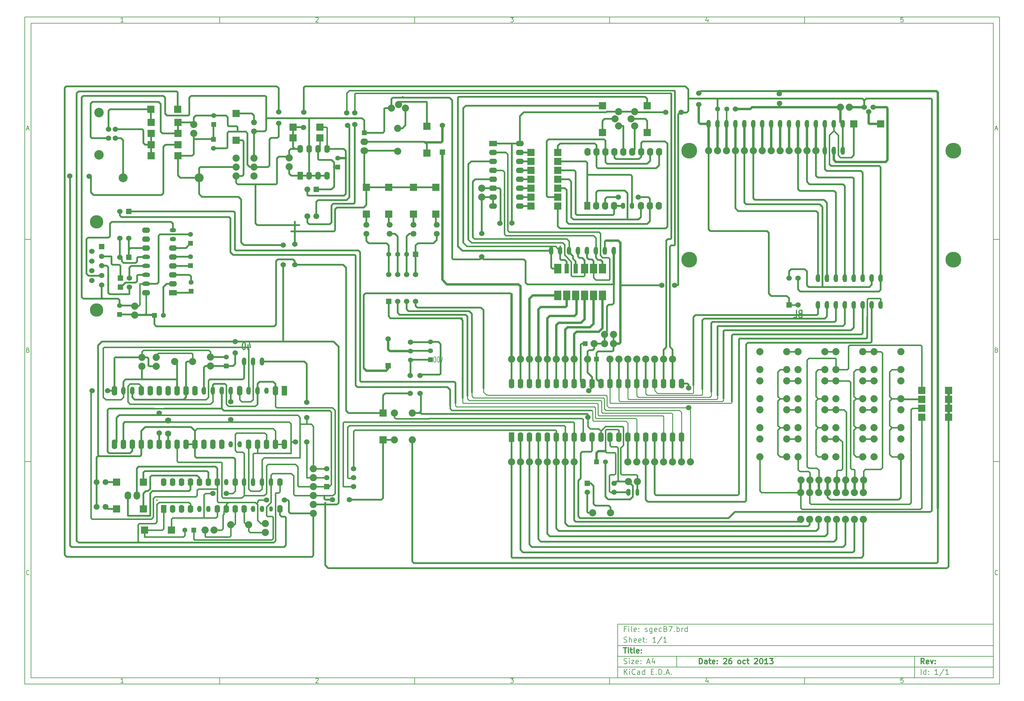
<source format=gbl>
G04 (created by PCBNEW-RS274X (2011-04-29 BZR 2986)-stable) date 10/26/2013 1:24:24 PM*
G01*
G70*
G90*
%MOIN*%
G04 Gerber Fmt 3.4, Leading zero omitted, Abs format*
%FSLAX34Y34*%
G04 APERTURE LIST*
%ADD10C,0.006000*%
%ADD11C,0.012000*%
%ADD12C,0.007200*%
%ADD13R,0.062000X0.110000*%
%ADD14O,0.062000X0.110000*%
%ADD15O,0.050000X0.070000*%
%ADD16O,0.050000X0.090000*%
%ADD17C,0.000400*%
%ADD18C,0.060000*%
%ADD19R,0.060000X0.060000*%
%ADD20C,0.080000*%
%ADD21O,0.050000X0.080000*%
%ADD22O,0.040000X0.080000*%
%ADD23R,0.080000X0.080000*%
%ADD24C,0.055000*%
%ADD25C,0.106300*%
%ADD26R,0.080000X0.110000*%
%ADD27R,0.050000X0.110000*%
%ADD28C,0.066000*%
%ADD29R,0.055000X0.055000*%
%ADD30C,0.177200*%
%ADD31C,0.100000*%
%ADD32O,0.070000X0.090000*%
%ADD33R,0.070000X0.090000*%
%ADD34R,0.062000X0.090000*%
%ADD35O,0.062000X0.090000*%
%ADD36O,0.040000X0.060000*%
%ADD37R,0.090000X0.062000*%
%ADD38O,0.090000X0.062000*%
%ADD39O,0.070000X0.050000*%
%ADD40O,0.090000X0.050000*%
%ADD41C,0.150000*%
%ADD42O,0.072000X0.092000*%
%ADD43O,0.085000X0.075000*%
%ADD44C,0.070000*%
%ADD45C,0.015000*%
%ADD46C,0.020000*%
%ADD47C,0.010000*%
%ADD48C,0.025000*%
%ADD49C,0.030000*%
G04 APERTURE END LIST*
G54D10*
X04000Y-04000D02*
X113000Y-04000D01*
X113000Y-78670D01*
X04000Y-78670D01*
X04000Y-04000D01*
X04700Y-04700D02*
X112300Y-04700D01*
X112300Y-77970D01*
X04700Y-77970D01*
X04700Y-04700D01*
X25800Y-04000D02*
X25800Y-04700D01*
X15043Y-04552D02*
X14757Y-04552D01*
X14900Y-04552D02*
X14900Y-04052D01*
X14852Y-04124D01*
X14805Y-04171D01*
X14757Y-04195D01*
X25800Y-78670D02*
X25800Y-77970D01*
X15043Y-78522D02*
X14757Y-78522D01*
X14900Y-78522D02*
X14900Y-78022D01*
X14852Y-78094D01*
X14805Y-78141D01*
X14757Y-78165D01*
X47600Y-04000D02*
X47600Y-04700D01*
X36557Y-04100D02*
X36581Y-04076D01*
X36629Y-04052D01*
X36748Y-04052D01*
X36795Y-04076D01*
X36819Y-04100D01*
X36843Y-04148D01*
X36843Y-04195D01*
X36819Y-04267D01*
X36533Y-04552D01*
X36843Y-04552D01*
X47600Y-78670D02*
X47600Y-77970D01*
X36557Y-78070D02*
X36581Y-78046D01*
X36629Y-78022D01*
X36748Y-78022D01*
X36795Y-78046D01*
X36819Y-78070D01*
X36843Y-78118D01*
X36843Y-78165D01*
X36819Y-78237D01*
X36533Y-78522D01*
X36843Y-78522D01*
X69400Y-04000D02*
X69400Y-04700D01*
X58333Y-04052D02*
X58643Y-04052D01*
X58476Y-04243D01*
X58548Y-04243D01*
X58595Y-04267D01*
X58619Y-04290D01*
X58643Y-04338D01*
X58643Y-04457D01*
X58619Y-04505D01*
X58595Y-04529D01*
X58548Y-04552D01*
X58405Y-04552D01*
X58357Y-04529D01*
X58333Y-04505D01*
X69400Y-78670D02*
X69400Y-77970D01*
X58333Y-78022D02*
X58643Y-78022D01*
X58476Y-78213D01*
X58548Y-78213D01*
X58595Y-78237D01*
X58619Y-78260D01*
X58643Y-78308D01*
X58643Y-78427D01*
X58619Y-78475D01*
X58595Y-78499D01*
X58548Y-78522D01*
X58405Y-78522D01*
X58357Y-78499D01*
X58333Y-78475D01*
X91200Y-04000D02*
X91200Y-04700D01*
X80395Y-04219D02*
X80395Y-04552D01*
X80276Y-04029D02*
X80157Y-04386D01*
X80467Y-04386D01*
X91200Y-78670D02*
X91200Y-77970D01*
X80395Y-78189D02*
X80395Y-78522D01*
X80276Y-77999D02*
X80157Y-78356D01*
X80467Y-78356D01*
X102219Y-04052D02*
X101981Y-04052D01*
X101957Y-04290D01*
X101981Y-04267D01*
X102029Y-04243D01*
X102148Y-04243D01*
X102195Y-04267D01*
X102219Y-04290D01*
X102243Y-04338D01*
X102243Y-04457D01*
X102219Y-04505D01*
X102195Y-04529D01*
X102148Y-04552D01*
X102029Y-04552D01*
X101981Y-04529D01*
X101957Y-04505D01*
X102219Y-78022D02*
X101981Y-78022D01*
X101957Y-78260D01*
X101981Y-78237D01*
X102029Y-78213D01*
X102148Y-78213D01*
X102195Y-78237D01*
X102219Y-78260D01*
X102243Y-78308D01*
X102243Y-78427D01*
X102219Y-78475D01*
X102195Y-78499D01*
X102148Y-78522D01*
X102029Y-78522D01*
X101981Y-78499D01*
X101957Y-78475D01*
X04000Y-28890D02*
X04700Y-28890D01*
X04231Y-16510D02*
X04469Y-16510D01*
X04184Y-16652D02*
X04350Y-16152D01*
X04517Y-16652D01*
X113000Y-28890D02*
X112300Y-28890D01*
X112531Y-16510D02*
X112769Y-16510D01*
X112484Y-16652D02*
X112650Y-16152D01*
X112817Y-16652D01*
X04000Y-53780D02*
X04700Y-53780D01*
X04386Y-41280D02*
X04457Y-41304D01*
X04481Y-41328D01*
X04505Y-41376D01*
X04505Y-41447D01*
X04481Y-41495D01*
X04457Y-41519D01*
X04410Y-41542D01*
X04219Y-41542D01*
X04219Y-41042D01*
X04386Y-41042D01*
X04433Y-41066D01*
X04457Y-41090D01*
X04481Y-41138D01*
X04481Y-41185D01*
X04457Y-41233D01*
X04433Y-41257D01*
X04386Y-41280D01*
X04219Y-41280D01*
X113000Y-53780D02*
X112300Y-53780D01*
X112686Y-41280D02*
X112757Y-41304D01*
X112781Y-41328D01*
X112805Y-41376D01*
X112805Y-41447D01*
X112781Y-41495D01*
X112757Y-41519D01*
X112710Y-41542D01*
X112519Y-41542D01*
X112519Y-41042D01*
X112686Y-41042D01*
X112733Y-41066D01*
X112757Y-41090D01*
X112781Y-41138D01*
X112781Y-41185D01*
X112757Y-41233D01*
X112733Y-41257D01*
X112686Y-41280D01*
X112519Y-41280D01*
X04505Y-66385D02*
X04481Y-66409D01*
X04410Y-66432D01*
X04362Y-66432D01*
X04290Y-66409D01*
X04243Y-66361D01*
X04219Y-66313D01*
X04195Y-66218D01*
X04195Y-66147D01*
X04219Y-66051D01*
X04243Y-66004D01*
X04290Y-65956D01*
X04362Y-65932D01*
X04410Y-65932D01*
X04481Y-65956D01*
X04505Y-65980D01*
X112805Y-66385D02*
X112781Y-66409D01*
X112710Y-66432D01*
X112662Y-66432D01*
X112590Y-66409D01*
X112543Y-66361D01*
X112519Y-66313D01*
X112495Y-66218D01*
X112495Y-66147D01*
X112519Y-66051D01*
X112543Y-66004D01*
X112590Y-65956D01*
X112662Y-65932D01*
X112710Y-65932D01*
X112781Y-65956D01*
X112805Y-65980D01*
G54D11*
X79443Y-76413D02*
X79443Y-75813D01*
X79586Y-75813D01*
X79671Y-75841D01*
X79729Y-75899D01*
X79757Y-75956D01*
X79786Y-76070D01*
X79786Y-76156D01*
X79757Y-76270D01*
X79729Y-76327D01*
X79671Y-76384D01*
X79586Y-76413D01*
X79443Y-76413D01*
X80300Y-76413D02*
X80300Y-76099D01*
X80271Y-76041D01*
X80214Y-76013D01*
X80100Y-76013D01*
X80043Y-76041D01*
X80300Y-76384D02*
X80243Y-76413D01*
X80100Y-76413D01*
X80043Y-76384D01*
X80014Y-76327D01*
X80014Y-76270D01*
X80043Y-76213D01*
X80100Y-76184D01*
X80243Y-76184D01*
X80300Y-76156D01*
X80500Y-76013D02*
X80729Y-76013D01*
X80586Y-75813D02*
X80586Y-76327D01*
X80614Y-76384D01*
X80672Y-76413D01*
X80729Y-76413D01*
X81157Y-76384D02*
X81100Y-76413D01*
X80986Y-76413D01*
X80929Y-76384D01*
X80900Y-76327D01*
X80900Y-76099D01*
X80929Y-76041D01*
X80986Y-76013D01*
X81100Y-76013D01*
X81157Y-76041D01*
X81186Y-76099D01*
X81186Y-76156D01*
X80900Y-76213D01*
X81443Y-76356D02*
X81471Y-76384D01*
X81443Y-76413D01*
X81414Y-76384D01*
X81443Y-76356D01*
X81443Y-76413D01*
X81443Y-76041D02*
X81471Y-76070D01*
X81443Y-76099D01*
X81414Y-76070D01*
X81443Y-76041D01*
X81443Y-76099D01*
X82157Y-75870D02*
X82186Y-75841D01*
X82243Y-75813D01*
X82386Y-75813D01*
X82443Y-75841D01*
X82472Y-75870D01*
X82500Y-75927D01*
X82500Y-75984D01*
X82472Y-76070D01*
X82129Y-76413D01*
X82500Y-76413D01*
X83014Y-75813D02*
X82900Y-75813D01*
X82843Y-75841D01*
X82814Y-75870D01*
X82757Y-75956D01*
X82728Y-76070D01*
X82728Y-76299D01*
X82757Y-76356D01*
X82785Y-76384D01*
X82843Y-76413D01*
X82957Y-76413D01*
X83014Y-76384D01*
X83043Y-76356D01*
X83071Y-76299D01*
X83071Y-76156D01*
X83043Y-76099D01*
X83014Y-76070D01*
X82957Y-76041D01*
X82843Y-76041D01*
X82785Y-76070D01*
X82757Y-76099D01*
X82728Y-76156D01*
X83871Y-76413D02*
X83813Y-76384D01*
X83785Y-76356D01*
X83756Y-76299D01*
X83756Y-76127D01*
X83785Y-76070D01*
X83813Y-76041D01*
X83871Y-76013D01*
X83956Y-76013D01*
X84013Y-76041D01*
X84042Y-76070D01*
X84071Y-76127D01*
X84071Y-76299D01*
X84042Y-76356D01*
X84013Y-76384D01*
X83956Y-76413D01*
X83871Y-76413D01*
X84585Y-76384D02*
X84528Y-76413D01*
X84414Y-76413D01*
X84356Y-76384D01*
X84328Y-76356D01*
X84299Y-76299D01*
X84299Y-76127D01*
X84328Y-76070D01*
X84356Y-76041D01*
X84414Y-76013D01*
X84528Y-76013D01*
X84585Y-76041D01*
X84756Y-76013D02*
X84985Y-76013D01*
X84842Y-75813D02*
X84842Y-76327D01*
X84870Y-76384D01*
X84928Y-76413D01*
X84985Y-76413D01*
X85613Y-75870D02*
X85642Y-75841D01*
X85699Y-75813D01*
X85842Y-75813D01*
X85899Y-75841D01*
X85928Y-75870D01*
X85956Y-75927D01*
X85956Y-75984D01*
X85928Y-76070D01*
X85585Y-76413D01*
X85956Y-76413D01*
X86327Y-75813D02*
X86384Y-75813D01*
X86441Y-75841D01*
X86470Y-75870D01*
X86499Y-75927D01*
X86527Y-76041D01*
X86527Y-76184D01*
X86499Y-76299D01*
X86470Y-76356D01*
X86441Y-76384D01*
X86384Y-76413D01*
X86327Y-76413D01*
X86270Y-76384D01*
X86241Y-76356D01*
X86213Y-76299D01*
X86184Y-76184D01*
X86184Y-76041D01*
X86213Y-75927D01*
X86241Y-75870D01*
X86270Y-75841D01*
X86327Y-75813D01*
X87098Y-76413D02*
X86755Y-76413D01*
X86927Y-76413D02*
X86927Y-75813D01*
X86870Y-75899D01*
X86812Y-75956D01*
X86755Y-75984D01*
X87298Y-75813D02*
X87669Y-75813D01*
X87469Y-76041D01*
X87555Y-76041D01*
X87612Y-76070D01*
X87641Y-76099D01*
X87669Y-76156D01*
X87669Y-76299D01*
X87641Y-76356D01*
X87612Y-76384D01*
X87555Y-76413D01*
X87383Y-76413D01*
X87326Y-76384D01*
X87298Y-76356D01*
G54D10*
X71043Y-77613D02*
X71043Y-77013D01*
X71386Y-77613D02*
X71129Y-77270D01*
X71386Y-77013D02*
X71043Y-77356D01*
X71643Y-77613D02*
X71643Y-77213D01*
X71643Y-77013D02*
X71614Y-77041D01*
X71643Y-77070D01*
X71671Y-77041D01*
X71643Y-77013D01*
X71643Y-77070D01*
X72272Y-77556D02*
X72243Y-77584D01*
X72157Y-77613D01*
X72100Y-77613D01*
X72015Y-77584D01*
X71957Y-77527D01*
X71929Y-77470D01*
X71900Y-77356D01*
X71900Y-77270D01*
X71929Y-77156D01*
X71957Y-77099D01*
X72015Y-77041D01*
X72100Y-77013D01*
X72157Y-77013D01*
X72243Y-77041D01*
X72272Y-77070D01*
X72786Y-77613D02*
X72786Y-77299D01*
X72757Y-77241D01*
X72700Y-77213D01*
X72586Y-77213D01*
X72529Y-77241D01*
X72786Y-77584D02*
X72729Y-77613D01*
X72586Y-77613D01*
X72529Y-77584D01*
X72500Y-77527D01*
X72500Y-77470D01*
X72529Y-77413D01*
X72586Y-77384D01*
X72729Y-77384D01*
X72786Y-77356D01*
X73329Y-77613D02*
X73329Y-77013D01*
X73329Y-77584D02*
X73272Y-77613D01*
X73158Y-77613D01*
X73100Y-77584D01*
X73072Y-77556D01*
X73043Y-77499D01*
X73043Y-77327D01*
X73072Y-77270D01*
X73100Y-77241D01*
X73158Y-77213D01*
X73272Y-77213D01*
X73329Y-77241D01*
X74072Y-77299D02*
X74272Y-77299D01*
X74358Y-77613D02*
X74072Y-77613D01*
X74072Y-77013D01*
X74358Y-77013D01*
X74615Y-77556D02*
X74643Y-77584D01*
X74615Y-77613D01*
X74586Y-77584D01*
X74615Y-77556D01*
X74615Y-77613D01*
X74901Y-77613D02*
X74901Y-77013D01*
X75044Y-77013D01*
X75129Y-77041D01*
X75187Y-77099D01*
X75215Y-77156D01*
X75244Y-77270D01*
X75244Y-77356D01*
X75215Y-77470D01*
X75187Y-77527D01*
X75129Y-77584D01*
X75044Y-77613D01*
X74901Y-77613D01*
X75501Y-77556D02*
X75529Y-77584D01*
X75501Y-77613D01*
X75472Y-77584D01*
X75501Y-77556D01*
X75501Y-77613D01*
X75758Y-77441D02*
X76044Y-77441D01*
X75701Y-77613D02*
X75901Y-77013D01*
X76101Y-77613D01*
X76301Y-77556D02*
X76329Y-77584D01*
X76301Y-77613D01*
X76272Y-77584D01*
X76301Y-77556D01*
X76301Y-77613D01*
G54D11*
X104586Y-76413D02*
X104386Y-76127D01*
X104243Y-76413D02*
X104243Y-75813D01*
X104471Y-75813D01*
X104529Y-75841D01*
X104557Y-75870D01*
X104586Y-75927D01*
X104586Y-76013D01*
X104557Y-76070D01*
X104529Y-76099D01*
X104471Y-76127D01*
X104243Y-76127D01*
X105071Y-76384D02*
X105014Y-76413D01*
X104900Y-76413D01*
X104843Y-76384D01*
X104814Y-76327D01*
X104814Y-76099D01*
X104843Y-76041D01*
X104900Y-76013D01*
X105014Y-76013D01*
X105071Y-76041D01*
X105100Y-76099D01*
X105100Y-76156D01*
X104814Y-76213D01*
X105300Y-76013D02*
X105443Y-76413D01*
X105585Y-76013D01*
X105814Y-76356D02*
X105842Y-76384D01*
X105814Y-76413D01*
X105785Y-76384D01*
X105814Y-76356D01*
X105814Y-76413D01*
X105814Y-76041D02*
X105842Y-76070D01*
X105814Y-76099D01*
X105785Y-76070D01*
X105814Y-76041D01*
X105814Y-76099D01*
G54D10*
X71014Y-76384D02*
X71100Y-76413D01*
X71243Y-76413D01*
X71300Y-76384D01*
X71329Y-76356D01*
X71357Y-76299D01*
X71357Y-76241D01*
X71329Y-76184D01*
X71300Y-76156D01*
X71243Y-76127D01*
X71129Y-76099D01*
X71071Y-76070D01*
X71043Y-76041D01*
X71014Y-75984D01*
X71014Y-75927D01*
X71043Y-75870D01*
X71071Y-75841D01*
X71129Y-75813D01*
X71271Y-75813D01*
X71357Y-75841D01*
X71614Y-76413D02*
X71614Y-76013D01*
X71614Y-75813D02*
X71585Y-75841D01*
X71614Y-75870D01*
X71642Y-75841D01*
X71614Y-75813D01*
X71614Y-75870D01*
X71843Y-76013D02*
X72157Y-76013D01*
X71843Y-76413D01*
X72157Y-76413D01*
X72614Y-76384D02*
X72557Y-76413D01*
X72443Y-76413D01*
X72386Y-76384D01*
X72357Y-76327D01*
X72357Y-76099D01*
X72386Y-76041D01*
X72443Y-76013D01*
X72557Y-76013D01*
X72614Y-76041D01*
X72643Y-76099D01*
X72643Y-76156D01*
X72357Y-76213D01*
X72900Y-76356D02*
X72928Y-76384D01*
X72900Y-76413D01*
X72871Y-76384D01*
X72900Y-76356D01*
X72900Y-76413D01*
X72900Y-76041D02*
X72928Y-76070D01*
X72900Y-76099D01*
X72871Y-76070D01*
X72900Y-76041D01*
X72900Y-76099D01*
X73614Y-76241D02*
X73900Y-76241D01*
X73557Y-76413D02*
X73757Y-75813D01*
X73957Y-76413D01*
X74414Y-76013D02*
X74414Y-76413D01*
X74271Y-75784D02*
X74128Y-76213D01*
X74500Y-76213D01*
X104243Y-77613D02*
X104243Y-77013D01*
X104786Y-77613D02*
X104786Y-77013D01*
X104786Y-77584D02*
X104729Y-77613D01*
X104615Y-77613D01*
X104557Y-77584D01*
X104529Y-77556D01*
X104500Y-77499D01*
X104500Y-77327D01*
X104529Y-77270D01*
X104557Y-77241D01*
X104615Y-77213D01*
X104729Y-77213D01*
X104786Y-77241D01*
X105072Y-77556D02*
X105100Y-77584D01*
X105072Y-77613D01*
X105043Y-77584D01*
X105072Y-77556D01*
X105072Y-77613D01*
X105072Y-77241D02*
X105100Y-77270D01*
X105072Y-77299D01*
X105043Y-77270D01*
X105072Y-77241D01*
X105072Y-77299D01*
X106129Y-77613D02*
X105786Y-77613D01*
X105958Y-77613D02*
X105958Y-77013D01*
X105901Y-77099D01*
X105843Y-77156D01*
X105786Y-77184D01*
X106814Y-76984D02*
X106300Y-77756D01*
X107329Y-77613D02*
X106986Y-77613D01*
X107158Y-77613D02*
X107158Y-77013D01*
X107101Y-77099D01*
X107043Y-77156D01*
X106986Y-77184D01*
G54D11*
X70957Y-74613D02*
X71300Y-74613D01*
X71129Y-75213D02*
X71129Y-74613D01*
X71500Y-75213D02*
X71500Y-74813D01*
X71500Y-74613D02*
X71471Y-74641D01*
X71500Y-74670D01*
X71528Y-74641D01*
X71500Y-74613D01*
X71500Y-74670D01*
X71700Y-74813D02*
X71929Y-74813D01*
X71786Y-74613D02*
X71786Y-75127D01*
X71814Y-75184D01*
X71872Y-75213D01*
X71929Y-75213D01*
X72215Y-75213D02*
X72157Y-75184D01*
X72129Y-75127D01*
X72129Y-74613D01*
X72671Y-75184D02*
X72614Y-75213D01*
X72500Y-75213D01*
X72443Y-75184D01*
X72414Y-75127D01*
X72414Y-74899D01*
X72443Y-74841D01*
X72500Y-74813D01*
X72614Y-74813D01*
X72671Y-74841D01*
X72700Y-74899D01*
X72700Y-74956D01*
X72414Y-75013D01*
X72957Y-75156D02*
X72985Y-75184D01*
X72957Y-75213D01*
X72928Y-75184D01*
X72957Y-75156D01*
X72957Y-75213D01*
X72957Y-74841D02*
X72985Y-74870D01*
X72957Y-74899D01*
X72928Y-74870D01*
X72957Y-74841D01*
X72957Y-74899D01*
G54D10*
X71243Y-72499D02*
X71043Y-72499D01*
X71043Y-72813D02*
X71043Y-72213D01*
X71329Y-72213D01*
X71557Y-72813D02*
X71557Y-72413D01*
X71557Y-72213D02*
X71528Y-72241D01*
X71557Y-72270D01*
X71585Y-72241D01*
X71557Y-72213D01*
X71557Y-72270D01*
X71929Y-72813D02*
X71871Y-72784D01*
X71843Y-72727D01*
X71843Y-72213D01*
X72385Y-72784D02*
X72328Y-72813D01*
X72214Y-72813D01*
X72157Y-72784D01*
X72128Y-72727D01*
X72128Y-72499D01*
X72157Y-72441D01*
X72214Y-72413D01*
X72328Y-72413D01*
X72385Y-72441D01*
X72414Y-72499D01*
X72414Y-72556D01*
X72128Y-72613D01*
X72671Y-72756D02*
X72699Y-72784D01*
X72671Y-72813D01*
X72642Y-72784D01*
X72671Y-72756D01*
X72671Y-72813D01*
X72671Y-72441D02*
X72699Y-72470D01*
X72671Y-72499D01*
X72642Y-72470D01*
X72671Y-72441D01*
X72671Y-72499D01*
X73385Y-72784D02*
X73442Y-72813D01*
X73557Y-72813D01*
X73614Y-72784D01*
X73642Y-72727D01*
X73642Y-72699D01*
X73614Y-72641D01*
X73557Y-72613D01*
X73471Y-72613D01*
X73414Y-72584D01*
X73385Y-72527D01*
X73385Y-72499D01*
X73414Y-72441D01*
X73471Y-72413D01*
X73557Y-72413D01*
X73614Y-72441D01*
X74157Y-72413D02*
X74157Y-72899D01*
X74128Y-72956D01*
X74100Y-72984D01*
X74043Y-73013D01*
X73957Y-73013D01*
X73900Y-72984D01*
X74157Y-72784D02*
X74100Y-72813D01*
X73986Y-72813D01*
X73928Y-72784D01*
X73900Y-72756D01*
X73871Y-72699D01*
X73871Y-72527D01*
X73900Y-72470D01*
X73928Y-72441D01*
X73986Y-72413D01*
X74100Y-72413D01*
X74157Y-72441D01*
X74671Y-72784D02*
X74614Y-72813D01*
X74500Y-72813D01*
X74443Y-72784D01*
X74414Y-72727D01*
X74414Y-72499D01*
X74443Y-72441D01*
X74500Y-72413D01*
X74614Y-72413D01*
X74671Y-72441D01*
X74700Y-72499D01*
X74700Y-72556D01*
X74414Y-72613D01*
X75214Y-72784D02*
X75157Y-72813D01*
X75043Y-72813D01*
X74985Y-72784D01*
X74957Y-72756D01*
X74928Y-72699D01*
X74928Y-72527D01*
X74957Y-72470D01*
X74985Y-72441D01*
X75043Y-72413D01*
X75157Y-72413D01*
X75214Y-72441D01*
X75671Y-72499D02*
X75757Y-72527D01*
X75785Y-72556D01*
X75814Y-72613D01*
X75814Y-72699D01*
X75785Y-72756D01*
X75757Y-72784D01*
X75699Y-72813D01*
X75471Y-72813D01*
X75471Y-72213D01*
X75671Y-72213D01*
X75728Y-72241D01*
X75757Y-72270D01*
X75785Y-72327D01*
X75785Y-72384D01*
X75757Y-72441D01*
X75728Y-72470D01*
X75671Y-72499D01*
X75471Y-72499D01*
X76014Y-72213D02*
X76414Y-72213D01*
X76157Y-72813D01*
X76642Y-72756D02*
X76670Y-72784D01*
X76642Y-72813D01*
X76613Y-72784D01*
X76642Y-72756D01*
X76642Y-72813D01*
X76928Y-72813D02*
X76928Y-72213D01*
X76928Y-72441D02*
X76985Y-72413D01*
X77099Y-72413D01*
X77156Y-72441D01*
X77185Y-72470D01*
X77214Y-72527D01*
X77214Y-72699D01*
X77185Y-72756D01*
X77156Y-72784D01*
X77099Y-72813D01*
X76985Y-72813D01*
X76928Y-72784D01*
X77471Y-72813D02*
X77471Y-72413D01*
X77471Y-72527D02*
X77499Y-72470D01*
X77528Y-72441D01*
X77585Y-72413D01*
X77642Y-72413D01*
X78099Y-72813D02*
X78099Y-72213D01*
X78099Y-72784D02*
X78042Y-72813D01*
X77928Y-72813D01*
X77870Y-72784D01*
X77842Y-72756D01*
X77813Y-72699D01*
X77813Y-72527D01*
X77842Y-72470D01*
X77870Y-72441D01*
X77928Y-72413D01*
X78042Y-72413D01*
X78099Y-72441D01*
X71014Y-73984D02*
X71100Y-74013D01*
X71243Y-74013D01*
X71300Y-73984D01*
X71329Y-73956D01*
X71357Y-73899D01*
X71357Y-73841D01*
X71329Y-73784D01*
X71300Y-73756D01*
X71243Y-73727D01*
X71129Y-73699D01*
X71071Y-73670D01*
X71043Y-73641D01*
X71014Y-73584D01*
X71014Y-73527D01*
X71043Y-73470D01*
X71071Y-73441D01*
X71129Y-73413D01*
X71271Y-73413D01*
X71357Y-73441D01*
X71614Y-74013D02*
X71614Y-73413D01*
X71871Y-74013D02*
X71871Y-73699D01*
X71842Y-73641D01*
X71785Y-73613D01*
X71700Y-73613D01*
X71642Y-73641D01*
X71614Y-73670D01*
X72385Y-73984D02*
X72328Y-74013D01*
X72214Y-74013D01*
X72157Y-73984D01*
X72128Y-73927D01*
X72128Y-73699D01*
X72157Y-73641D01*
X72214Y-73613D01*
X72328Y-73613D01*
X72385Y-73641D01*
X72414Y-73699D01*
X72414Y-73756D01*
X72128Y-73813D01*
X72899Y-73984D02*
X72842Y-74013D01*
X72728Y-74013D01*
X72671Y-73984D01*
X72642Y-73927D01*
X72642Y-73699D01*
X72671Y-73641D01*
X72728Y-73613D01*
X72842Y-73613D01*
X72899Y-73641D01*
X72928Y-73699D01*
X72928Y-73756D01*
X72642Y-73813D01*
X73099Y-73613D02*
X73328Y-73613D01*
X73185Y-73413D02*
X73185Y-73927D01*
X73213Y-73984D01*
X73271Y-74013D01*
X73328Y-74013D01*
X73528Y-73956D02*
X73556Y-73984D01*
X73528Y-74013D01*
X73499Y-73984D01*
X73528Y-73956D01*
X73528Y-74013D01*
X73528Y-73641D02*
X73556Y-73670D01*
X73528Y-73699D01*
X73499Y-73670D01*
X73528Y-73641D01*
X73528Y-73699D01*
X74585Y-74013D02*
X74242Y-74013D01*
X74414Y-74013D02*
X74414Y-73413D01*
X74357Y-73499D01*
X74299Y-73556D01*
X74242Y-73584D01*
X75270Y-73384D02*
X74756Y-74156D01*
X75785Y-74013D02*
X75442Y-74013D01*
X75614Y-74013D02*
X75614Y-73413D01*
X75557Y-73499D01*
X75499Y-73556D01*
X75442Y-73584D01*
X70300Y-71970D02*
X70300Y-77970D01*
X70300Y-71970D02*
X112300Y-71970D01*
X70300Y-71970D02*
X112300Y-71970D01*
X70300Y-74370D02*
X112300Y-74370D01*
X103500Y-75570D02*
X103500Y-77970D01*
X70300Y-76770D02*
X112300Y-76770D01*
X70300Y-75570D02*
X112300Y-75570D01*
X76900Y-75570D02*
X76900Y-76770D01*
G54D11*
X28971Y-40690D02*
X28971Y-41224D01*
X29114Y-40386D02*
X29257Y-40957D01*
X28885Y-40957D01*
X28543Y-40424D02*
X28486Y-40424D01*
X28429Y-40462D01*
X28400Y-40500D01*
X28371Y-40576D01*
X28343Y-40729D01*
X28343Y-40919D01*
X28371Y-41071D01*
X28400Y-41148D01*
X28429Y-41186D01*
X28486Y-41224D01*
X28543Y-41224D01*
X28600Y-41186D01*
X28629Y-41148D01*
X28657Y-41071D01*
X28686Y-40919D01*
X28686Y-40729D01*
X28657Y-40576D01*
X28629Y-40500D01*
X28600Y-40462D01*
X28543Y-40424D01*
G54D12*
X50733Y-42043D02*
X50600Y-42643D01*
X50466Y-42043D01*
X50333Y-42643D02*
X50333Y-42043D01*
X50238Y-42043D01*
X50180Y-42071D01*
X50142Y-42129D01*
X50123Y-42186D01*
X50104Y-42300D01*
X50104Y-42386D01*
X50123Y-42500D01*
X50142Y-42557D01*
X50180Y-42614D01*
X50238Y-42643D01*
X50333Y-42643D01*
X49933Y-42643D02*
X49933Y-42043D01*
X49838Y-42043D01*
X49780Y-42071D01*
X49742Y-42129D01*
X49723Y-42186D01*
X49704Y-42300D01*
X49704Y-42386D01*
X49723Y-42500D01*
X49742Y-42557D01*
X49780Y-42614D01*
X49838Y-42643D01*
X49933Y-42643D01*
G54D11*
X90700Y-37205D02*
X90614Y-37243D01*
X90586Y-37281D01*
X90557Y-37357D01*
X90557Y-37471D01*
X90586Y-37548D01*
X90614Y-37586D01*
X90672Y-37624D01*
X90900Y-37624D01*
X90900Y-36824D01*
X90700Y-36824D01*
X90643Y-36862D01*
X90614Y-36900D01*
X90586Y-36976D01*
X90586Y-37052D01*
X90614Y-37129D01*
X90643Y-37167D01*
X90700Y-37205D01*
X90900Y-37205D01*
X90014Y-37624D02*
X90300Y-37624D01*
X90300Y-36824D01*
G54D13*
X33035Y-45825D03*
G54D14*
X32035Y-45825D03*
G54D15*
X31035Y-45825D03*
G54D16*
X30035Y-45825D03*
X29035Y-45825D03*
G54D14*
X28035Y-45825D03*
G54D16*
X27035Y-45825D03*
X26035Y-45825D03*
X25035Y-45825D03*
X24035Y-45825D03*
G54D14*
X23035Y-45825D03*
X22035Y-45825D03*
X21035Y-45825D03*
X20035Y-45825D03*
X19035Y-45825D03*
X18035Y-45825D03*
X17035Y-45825D03*
G54D16*
X16035Y-45825D03*
X15035Y-45825D03*
G54D14*
X14035Y-45825D03*
X14035Y-51825D03*
X15035Y-51825D03*
X16035Y-51825D03*
X17035Y-51825D03*
X18035Y-51825D03*
X19035Y-51825D03*
X20035Y-51825D03*
X21035Y-51825D03*
X22035Y-51825D03*
X23035Y-51825D03*
X24035Y-51825D03*
X25035Y-51825D03*
X26035Y-51825D03*
G54D15*
X27035Y-51825D03*
X28035Y-51825D03*
G54D14*
X29035Y-51825D03*
X30035Y-51825D03*
X31035Y-51825D03*
X32035Y-51825D03*
X33035Y-51825D03*
G54D17*
X34035Y-54325D03*
G54D13*
X58440Y-51050D03*
G54D14*
X59440Y-51050D03*
X60440Y-51050D03*
X61440Y-51050D03*
X62440Y-51050D03*
X63440Y-51050D03*
X64440Y-51050D03*
X65440Y-51050D03*
X66440Y-51050D03*
X67440Y-51050D03*
X68440Y-51050D03*
X69440Y-51050D03*
X70440Y-51050D03*
X71440Y-51050D03*
X72440Y-51050D03*
X73440Y-51050D03*
X74440Y-51050D03*
X75440Y-51050D03*
X76440Y-51050D03*
X77440Y-51050D03*
X77440Y-45050D03*
X76440Y-45050D03*
X75440Y-45050D03*
X74440Y-45050D03*
X73440Y-45050D03*
X72440Y-45050D03*
X71440Y-45050D03*
X70440Y-45050D03*
X69440Y-45050D03*
X68440Y-45050D03*
X67440Y-45050D03*
X66440Y-45050D03*
X65440Y-45050D03*
X64440Y-45050D03*
X63440Y-45050D03*
X62440Y-45050D03*
X61440Y-45050D03*
X60440Y-45050D03*
X59440Y-45050D03*
X58440Y-45050D03*
G54D18*
X90470Y-33220D03*
X90470Y-36220D03*
G54D19*
X89470Y-36220D03*
G54D18*
X89470Y-33220D03*
G54D20*
X16310Y-37360D03*
X16310Y-36360D03*
X22900Y-17050D03*
X22900Y-16050D03*
X55120Y-24170D03*
X55120Y-23170D03*
X33560Y-20780D03*
X33560Y-19780D03*
X96220Y-14090D03*
X95220Y-14090D03*
X69845Y-40570D03*
X68845Y-40570D03*
X24785Y-43075D03*
X24785Y-42075D03*
X17120Y-42100D03*
X17120Y-43100D03*
X24160Y-61450D03*
X25160Y-61450D03*
X30910Y-60700D03*
X30910Y-61700D03*
X18720Y-42100D03*
X18720Y-43100D03*
X69841Y-39528D03*
X68841Y-39528D03*
X71500Y-56000D03*
X72500Y-56000D03*
G54D21*
X71500Y-57200D03*
G54D22*
X72500Y-57200D03*
G54D23*
X21150Y-15800D03*
X18150Y-15800D03*
X21150Y-17050D03*
X18150Y-17050D03*
G54D24*
X81490Y-14310D03*
X82498Y-14310D03*
G54D18*
X83490Y-14310D03*
G54D24*
X47130Y-42410D03*
X47130Y-41402D03*
G54D18*
X47130Y-40410D03*
X14150Y-17570D03*
X14150Y-16570D03*
X13363Y-16570D03*
X13363Y-17570D03*
G54D25*
X12300Y-19432D03*
X12300Y-14708D03*
G54D18*
X98380Y-14610D03*
X98880Y-14110D03*
X97880Y-14110D03*
G54D16*
X92720Y-36220D03*
X93720Y-36220D03*
X94720Y-36220D03*
X95720Y-36220D03*
X96720Y-36220D03*
X97720Y-36220D03*
X98720Y-36220D03*
X99720Y-36220D03*
X99720Y-33220D03*
X98720Y-33220D03*
X97720Y-33220D03*
X96720Y-33220D03*
X95720Y-33220D03*
X94720Y-33220D03*
X93720Y-33220D03*
X92720Y-33220D03*
G54D20*
X90780Y-60220D03*
X91780Y-60220D03*
X92780Y-60220D03*
X93780Y-60220D03*
X94780Y-60220D03*
X95780Y-60220D03*
X96780Y-60220D03*
X97780Y-60220D03*
X97780Y-57220D03*
X96780Y-57220D03*
X95780Y-57220D03*
X94780Y-57220D03*
X93780Y-57220D03*
X92780Y-57220D03*
X91780Y-57220D03*
X90780Y-57220D03*
G54D26*
X63620Y-35170D03*
X64620Y-35170D03*
X65620Y-35170D03*
X66620Y-35170D03*
X67620Y-35170D03*
X68620Y-35170D03*
X68620Y-32170D03*
X67620Y-32170D03*
X66620Y-32170D03*
G54D27*
X65620Y-32170D03*
X64620Y-32170D03*
G54D26*
X63620Y-32170D03*
G54D19*
X44710Y-35820D03*
G54D18*
X45710Y-35820D03*
X46710Y-35820D03*
X47710Y-35820D03*
X47710Y-32820D03*
X46710Y-32820D03*
X45710Y-32820D03*
X44710Y-32820D03*
G54D28*
X35600Y-26300D03*
X35600Y-23300D03*
G54D19*
X36600Y-23300D03*
G54D28*
X36600Y-26300D03*
G54D18*
X14640Y-28760D03*
X14640Y-25760D03*
G54D19*
X15640Y-25760D03*
G54D18*
X15640Y-28760D03*
G54D20*
X93470Y-44720D03*
X93470Y-46720D03*
X90470Y-44720D03*
X90470Y-46720D03*
X89220Y-44720D03*
X89220Y-46720D03*
X86220Y-44720D03*
X86220Y-46720D03*
X101970Y-47970D03*
X101970Y-49970D03*
X98970Y-47970D03*
X98970Y-49970D03*
X93470Y-41470D03*
X93470Y-43470D03*
X90470Y-41470D03*
X90470Y-43470D03*
X89220Y-41470D03*
X89220Y-43470D03*
X86220Y-41470D03*
X86220Y-43470D03*
X101970Y-44720D03*
X101970Y-46720D03*
X98970Y-44720D03*
X98970Y-46720D03*
X97720Y-44720D03*
X97720Y-46720D03*
X94720Y-44720D03*
X94720Y-46720D03*
X97720Y-47970D03*
X97720Y-49970D03*
X94720Y-47970D03*
X94720Y-49970D03*
X93470Y-47970D03*
X93470Y-49970D03*
X90470Y-47970D03*
X90470Y-49970D03*
X89220Y-47970D03*
X89220Y-49970D03*
X86220Y-47970D03*
X86220Y-49970D03*
X101970Y-51220D03*
X101970Y-53220D03*
X98970Y-51220D03*
X98970Y-53220D03*
X97720Y-51220D03*
X97720Y-53220D03*
X94720Y-51220D03*
X94720Y-53220D03*
X93470Y-51220D03*
X93470Y-53220D03*
X90470Y-51220D03*
X90470Y-53220D03*
X89220Y-51220D03*
X89220Y-53220D03*
X86220Y-51220D03*
X86220Y-53220D03*
X97720Y-41470D03*
X97720Y-43470D03*
X94720Y-41470D03*
X94720Y-43470D03*
X101970Y-41470D03*
X101970Y-43470D03*
X98970Y-41470D03*
X98970Y-43470D03*
X47340Y-51340D03*
X45340Y-51340D03*
X47340Y-48340D03*
X45340Y-48340D03*
X27650Y-19800D03*
X29650Y-19800D03*
X27650Y-20800D03*
X27650Y-21800D03*
X29650Y-21800D03*
X29650Y-20800D03*
X90810Y-55840D03*
X91810Y-55840D03*
X92810Y-55840D03*
X93810Y-55840D03*
X94810Y-55840D03*
X95810Y-55840D03*
X96810Y-55840D03*
X97810Y-55840D03*
X58440Y-53800D03*
X59440Y-53800D03*
X60440Y-53800D03*
X61440Y-53800D03*
X62440Y-53800D03*
X63440Y-53800D03*
X64440Y-53800D03*
X65440Y-53800D03*
X58440Y-42300D03*
X59440Y-42300D03*
X60440Y-42300D03*
X61440Y-42300D03*
X62440Y-42300D03*
X63440Y-42300D03*
X64440Y-42300D03*
X65440Y-42300D03*
G54D16*
X69870Y-30170D03*
X68870Y-30170D03*
X67870Y-30170D03*
X66870Y-30170D03*
X65870Y-30170D03*
X64870Y-30170D03*
X63870Y-30170D03*
X62870Y-30170D03*
G54D20*
X71440Y-53800D03*
X72440Y-53800D03*
X73440Y-53800D03*
X74440Y-53800D03*
X75440Y-53800D03*
X76440Y-53800D03*
X77440Y-53800D03*
X78440Y-53800D03*
X76440Y-42300D03*
X75440Y-42300D03*
X74440Y-42300D03*
X73440Y-42300D03*
X72440Y-42300D03*
X71440Y-42300D03*
X70440Y-42300D03*
X69440Y-42300D03*
X36285Y-54575D03*
X36285Y-55575D03*
X36285Y-56575D03*
X36285Y-57575D03*
X36285Y-58575D03*
X36285Y-59575D03*
G54D19*
X47710Y-30570D03*
G54D24*
X46710Y-30570D03*
X45710Y-30570D03*
X44710Y-30570D03*
G54D29*
X49380Y-42370D03*
G54D24*
X49380Y-41370D03*
X49380Y-40370D03*
G54D16*
X28535Y-42575D03*
X29535Y-42575D03*
X30535Y-42575D03*
G54D19*
X14720Y-33220D03*
G54D18*
X15720Y-33220D03*
G54D19*
X14720Y-34220D03*
G54D18*
X15720Y-34220D03*
G54D29*
X66670Y-40570D03*
G54D20*
X67670Y-40570D03*
G54D16*
X80470Y-15970D03*
X81470Y-15970D03*
X82470Y-15970D03*
X83470Y-15970D03*
X84470Y-15970D03*
X85470Y-15970D03*
X86470Y-15970D03*
X87470Y-15970D03*
X88470Y-15970D03*
X89470Y-15970D03*
X90470Y-15970D03*
X91470Y-15970D03*
X92470Y-15970D03*
X93470Y-15970D03*
X94470Y-15970D03*
X95470Y-15970D03*
G54D23*
X34020Y-16320D03*
X37020Y-16320D03*
X44090Y-48340D03*
X44090Y-51340D03*
X17285Y-59075D03*
X14285Y-59075D03*
X17285Y-56075D03*
X14285Y-56075D03*
X34020Y-17520D03*
X37020Y-17520D03*
X99720Y-15970D03*
X96720Y-15970D03*
X68620Y-16920D03*
X68620Y-13920D03*
X73620Y-16920D03*
X73620Y-13920D03*
X63620Y-25170D03*
X60620Y-25170D03*
X63620Y-24170D03*
X60620Y-24170D03*
X63620Y-23170D03*
X60620Y-23170D03*
X63620Y-22170D03*
X60620Y-22170D03*
X17410Y-61450D03*
X20410Y-61450D03*
X18120Y-14320D03*
X21120Y-14320D03*
X18150Y-19550D03*
X21150Y-19550D03*
X18150Y-18300D03*
X21150Y-18300D03*
X63620Y-21170D03*
X60620Y-21170D03*
X63620Y-19170D03*
X60620Y-19170D03*
X63620Y-20170D03*
X60620Y-20170D03*
X42210Y-23070D03*
X42210Y-26070D03*
X44710Y-23070D03*
X44710Y-26070D03*
X47460Y-23070D03*
X47460Y-26070D03*
X49960Y-23070D03*
X49960Y-26070D03*
X27650Y-17800D03*
X27650Y-14800D03*
X48970Y-16220D03*
X48970Y-19220D03*
G54D28*
X12035Y-56075D03*
X13035Y-56075D03*
X12035Y-58825D03*
X13035Y-58825D03*
X42210Y-27270D03*
X42210Y-28270D03*
X44810Y-27270D03*
X44810Y-28270D03*
X47460Y-27270D03*
X47460Y-28270D03*
X50060Y-27270D03*
X50060Y-28270D03*
X29650Y-15800D03*
X29650Y-16800D03*
G54D20*
X80470Y-18954D03*
X81470Y-18970D03*
X82470Y-18970D03*
X83470Y-18970D03*
X84470Y-18970D03*
X85470Y-18970D03*
X86470Y-18970D03*
X87470Y-18970D03*
X88470Y-18970D03*
X89470Y-18970D03*
X90470Y-18970D03*
X91470Y-18970D03*
X92470Y-18970D03*
G54D16*
X93470Y-18970D03*
X94470Y-18970D03*
X95470Y-18970D03*
G54D30*
X78305Y-18970D03*
X78305Y-31175D03*
X107832Y-18970D03*
X107832Y-31175D03*
G54D20*
X27035Y-60825D03*
X29035Y-60825D03*
X69500Y-59500D03*
X67500Y-59500D03*
X22785Y-42575D03*
X20785Y-42575D03*
G54D31*
X23510Y-22000D03*
X15010Y-22000D03*
G54D32*
X66927Y-19115D03*
X67927Y-19115D03*
X68927Y-19115D03*
X69927Y-19115D03*
X70930Y-19115D03*
X71930Y-19115D03*
X72930Y-19115D03*
X73930Y-19115D03*
G54D33*
X66917Y-25125D03*
G54D32*
X67920Y-25125D03*
X68920Y-25125D03*
X69920Y-25125D03*
G54D15*
X70920Y-25125D03*
X71920Y-25125D03*
G54D32*
X72920Y-25125D03*
X73920Y-25125D03*
X74930Y-19115D03*
X74920Y-25125D03*
G54D34*
X34810Y-21780D03*
G54D35*
X35810Y-21780D03*
X36810Y-21780D03*
X37810Y-21780D03*
X37810Y-18780D03*
X36810Y-18780D03*
X35810Y-18780D03*
X34810Y-18780D03*
X20535Y-59075D03*
X21535Y-59075D03*
X22535Y-59075D03*
G54D15*
X23535Y-59075D03*
X24535Y-59075D03*
G54D35*
X25535Y-59075D03*
X26535Y-59075D03*
X27535Y-59075D03*
X28535Y-59075D03*
G54D15*
X29535Y-59075D03*
X30535Y-59075D03*
G54D36*
X31535Y-59075D03*
G54D35*
X32535Y-59075D03*
G54D34*
X19535Y-59075D03*
G54D35*
X32535Y-56075D03*
G54D16*
X31535Y-56075D03*
X30535Y-56075D03*
X29535Y-56075D03*
X28535Y-56075D03*
G54D35*
X27535Y-56075D03*
G54D15*
X26535Y-56075D03*
G54D35*
X25535Y-56075D03*
X24535Y-56075D03*
X23535Y-56075D03*
X22535Y-56075D03*
X21535Y-56075D03*
X20535Y-56075D03*
X19535Y-56075D03*
G54D37*
X20560Y-34860D03*
G54D38*
X20560Y-33860D03*
X20560Y-32860D03*
X20560Y-31860D03*
X20560Y-30860D03*
X20560Y-29860D03*
G54D39*
X20560Y-28860D03*
X20560Y-27860D03*
G54D38*
X17560Y-27860D03*
X17560Y-28860D03*
X17560Y-29860D03*
G54D40*
X17560Y-30860D03*
X17560Y-31860D03*
X17560Y-32860D03*
X17560Y-33860D03*
G54D38*
X17560Y-34860D03*
G54D37*
X56370Y-18170D03*
G54D38*
X56370Y-19170D03*
X56370Y-20170D03*
X56370Y-21170D03*
X56370Y-22170D03*
X56370Y-23170D03*
X56370Y-24170D03*
X56370Y-25170D03*
X59370Y-25170D03*
X59370Y-24170D03*
X59370Y-23170D03*
X59370Y-22170D03*
X59370Y-21170D03*
X59370Y-20170D03*
X59370Y-19170D03*
X59370Y-18170D03*
G54D41*
X12050Y-26950D03*
X12050Y-36800D03*
G54D19*
X12600Y-29700D03*
G54D18*
X12600Y-30800D03*
X12600Y-31850D03*
X12600Y-32950D03*
X12600Y-34000D03*
X11500Y-30250D03*
X11500Y-31350D03*
X11500Y-32400D03*
X11500Y-33500D03*
G54D29*
X67940Y-42300D03*
G54D20*
X66940Y-42300D03*
G54D29*
X26535Y-43075D03*
G54D24*
X26535Y-42075D03*
G54D20*
X45720Y-19020D03*
X45720Y-16461D03*
G54D42*
X15535Y-57575D03*
X16535Y-57575D03*
G54D29*
X22910Y-61450D03*
G54D24*
X21910Y-61450D03*
G54D19*
X37785Y-56575D03*
G54D18*
X37785Y-55575D03*
X37785Y-54575D03*
X40785Y-56575D03*
X40785Y-55575D03*
X40785Y-54575D03*
G54D29*
X41970Y-16970D03*
G54D43*
X41970Y-17970D03*
X41970Y-18970D03*
G54D19*
X15630Y-30890D03*
G54D18*
X14630Y-30890D03*
X69900Y-57200D03*
X66900Y-57200D03*
G54D19*
X66900Y-56200D03*
G54D18*
X69900Y-56200D03*
G54D23*
X104300Y-46800D03*
X107300Y-46800D03*
X104300Y-45800D03*
X107300Y-45800D03*
X104300Y-47800D03*
X107300Y-47800D03*
X104300Y-48800D03*
X107300Y-48800D03*
G54D29*
X22550Y-29350D03*
G54D24*
X22550Y-28350D03*
G54D29*
X22550Y-31850D03*
G54D24*
X22550Y-30850D03*
G54D29*
X22600Y-34700D03*
G54D24*
X22600Y-33700D03*
G54D29*
X18500Y-37400D03*
G54D24*
X19500Y-37400D03*
G54D29*
X14600Y-37300D03*
G54D24*
X14600Y-36300D03*
G54D29*
X25150Y-16050D03*
G54D24*
X25150Y-15050D03*
G54D29*
X25100Y-17700D03*
G54D24*
X25100Y-18700D03*
G54D20*
X45013Y-14197D03*
X45800Y-13803D03*
X46587Y-14197D03*
X72197Y-16187D03*
X71803Y-15400D03*
X72197Y-14613D03*
X70397Y-16187D03*
X70003Y-15400D03*
X70397Y-14613D03*
G54D29*
X67950Y-53800D03*
G54D24*
X68950Y-53800D03*
G54D18*
X50700Y-16150D03*
G54D19*
X50700Y-19150D03*
G54D18*
X44650Y-40050D03*
G54D19*
X44650Y-43050D03*
G54D29*
X39000Y-20800D03*
G54D24*
X39000Y-19800D03*
G54D18*
X11220Y-21820D03*
X09050Y-21810D03*
X40320Y-58020D03*
X38420Y-58020D03*
X27035Y-47075D03*
G54D44*
X20030Y-50630D03*
G54D18*
X35535Y-51575D03*
X27035Y-49075D03*
G54D44*
X20040Y-49160D03*
G54D18*
X34285Y-51575D03*
X70370Y-24170D03*
X72620Y-24170D03*
X78250Y-47730D03*
X78230Y-45520D03*
X40120Y-16120D03*
X40020Y-14720D03*
X40920Y-14720D03*
X40920Y-16020D03*
X19035Y-48325D03*
X19035Y-50575D03*
X35530Y-47120D03*
X35530Y-48820D03*
X32410Y-14630D03*
X32410Y-15910D03*
X13285Y-45825D03*
X11535Y-45825D03*
X31035Y-58075D03*
X33035Y-58075D03*
X55120Y-28220D03*
X55120Y-30820D03*
X67070Y-45850D03*
X66990Y-48790D03*
X88370Y-12610D03*
X88400Y-13660D03*
X79360Y-12540D03*
X79380Y-13800D03*
X48220Y-44120D03*
X48220Y-46120D03*
X32920Y-31720D03*
X32920Y-29520D03*
X27540Y-40350D03*
X27540Y-41600D03*
X25035Y-57325D03*
X26535Y-57325D03*
X75230Y-34050D03*
X76660Y-34050D03*
X75680Y-14660D03*
X77410Y-14680D03*
X58490Y-27080D03*
X57130Y-27090D03*
X35200Y-14670D03*
X35180Y-16360D03*
X47120Y-44120D03*
X47120Y-46120D03*
X34220Y-31720D03*
X34220Y-29420D03*
G54D45*
X40920Y-24580D02*
X40920Y-24300D01*
G54D46*
X25140Y-17650D02*
X25100Y-17690D01*
G54D45*
X63870Y-29670D02*
X63870Y-29670D01*
G54D46*
X14570Y-36350D02*
X14560Y-36360D01*
G54D45*
X18785Y-58075D02*
X18785Y-58075D01*
G54D46*
X19520Y-23720D02*
X19320Y-23920D01*
X09230Y-63320D02*
X09910Y-63320D01*
X09070Y-63160D02*
X09230Y-63320D01*
X09070Y-21870D02*
X09070Y-63160D01*
X09120Y-21820D02*
X09070Y-21870D01*
X09720Y-63320D02*
X09910Y-63320D01*
X09910Y-63320D02*
X10100Y-63320D01*
X32535Y-59735D02*
X32535Y-59075D01*
X32720Y-59920D02*
X32535Y-59735D01*
X33120Y-59920D02*
X32720Y-59920D01*
X33220Y-60020D02*
X33120Y-59920D01*
X33220Y-63120D02*
X33220Y-60020D01*
X33020Y-63320D02*
X33220Y-63120D01*
X09720Y-63320D02*
X10100Y-63320D01*
X10100Y-63320D02*
X33020Y-63320D01*
X11420Y-23620D02*
X11420Y-21820D01*
X19740Y-18300D02*
X19520Y-18520D01*
X09050Y-21810D02*
X09120Y-21820D01*
X19520Y-18520D02*
X19520Y-23720D01*
X11420Y-21820D02*
X11220Y-21820D01*
X11720Y-23920D02*
X11420Y-23620D01*
X21150Y-18300D02*
X19740Y-18300D01*
X19320Y-23920D02*
X11720Y-23920D01*
G54D45*
X31770Y-62320D02*
X31770Y-62360D01*
X31770Y-62360D02*
X31610Y-62520D01*
X31535Y-58325D02*
X31535Y-56075D01*
X31535Y-58325D02*
X31035Y-58825D01*
X22980Y-62520D02*
X31610Y-62520D01*
X22910Y-61450D02*
X22910Y-62450D01*
X22910Y-62450D02*
X22980Y-62520D01*
X31035Y-58825D02*
X31035Y-59420D01*
X31035Y-59420D02*
X31035Y-59805D01*
X15785Y-45075D02*
X15535Y-45325D01*
X16785Y-45075D02*
X15785Y-45075D01*
G54D46*
X30035Y-45075D02*
X30035Y-45825D01*
X31785Y-44825D02*
X30285Y-44825D01*
G54D45*
X32160Y-47740D02*
X32035Y-47615D01*
G54D46*
X32035Y-45825D02*
X32035Y-45075D01*
X32035Y-45075D02*
X31785Y-44825D01*
G54D45*
X15785Y-47325D02*
X24785Y-47325D01*
X24785Y-47325D02*
X25035Y-47075D01*
X17035Y-45325D02*
X16785Y-45075D01*
X26535Y-46825D02*
X26535Y-47325D01*
X25035Y-47075D02*
X25035Y-45825D01*
X17035Y-45825D02*
X17035Y-45325D01*
X15535Y-45325D02*
X15535Y-47075D01*
X26535Y-47325D02*
X26785Y-47575D01*
X26785Y-47575D02*
X29785Y-47575D01*
X29785Y-47575D02*
X30035Y-47325D01*
G54D46*
X30035Y-47325D02*
X30035Y-45825D01*
G54D45*
X26535Y-46825D02*
X26535Y-45190D01*
G54D46*
X25035Y-45825D02*
X25035Y-45215D01*
X26405Y-45075D02*
X25175Y-45075D01*
X44090Y-51340D02*
X45340Y-51340D01*
X25175Y-45075D02*
X25035Y-45215D01*
G54D45*
X15535Y-47075D02*
X15785Y-47325D01*
X36285Y-57575D02*
X34205Y-57575D01*
X31770Y-60920D02*
X31770Y-60010D01*
X32035Y-47615D02*
X32035Y-45825D01*
X36480Y-47740D02*
X32160Y-47740D01*
X34205Y-57575D02*
X34060Y-57430D01*
X34060Y-57430D02*
X34060Y-55360D01*
X34060Y-55360D02*
X33800Y-55100D01*
X33800Y-55100D02*
X31700Y-55100D01*
X31700Y-55100D02*
X31535Y-55265D01*
X31535Y-55265D02*
X31535Y-56075D01*
X66440Y-49040D02*
X66320Y-48920D01*
X66440Y-51050D02*
X66440Y-49040D01*
X49460Y-48920D02*
X49220Y-48920D01*
X66320Y-48920D02*
X49460Y-48920D01*
G54D46*
X44090Y-57850D02*
X43920Y-58020D01*
X43920Y-58020D02*
X40320Y-58020D01*
X38420Y-58020D02*
X37620Y-58020D01*
X37620Y-58020D02*
X37520Y-57920D01*
X37520Y-57920D02*
X37520Y-57575D01*
X44090Y-51340D02*
X44090Y-57850D01*
G54D45*
X26520Y-45190D02*
X26405Y-45075D01*
X26535Y-45190D02*
X26520Y-45190D01*
X45340Y-48820D02*
X45500Y-48980D01*
G54D46*
X30285Y-44825D02*
X30035Y-45075D01*
G54D45*
X31140Y-59910D02*
X31035Y-59805D01*
X31670Y-59910D02*
X31140Y-59910D01*
X31770Y-60010D02*
X31670Y-59910D01*
X31035Y-59805D02*
X31035Y-59425D01*
X31040Y-59420D02*
X31035Y-59420D01*
X31035Y-59425D02*
X31040Y-59420D01*
X49460Y-48920D02*
X49220Y-48920D01*
X49220Y-48920D02*
X49160Y-48980D01*
X49160Y-48980D02*
X48920Y-48980D01*
X45340Y-48340D02*
X45340Y-48820D01*
X49160Y-48980D02*
X49220Y-48920D01*
X45500Y-48980D02*
X48910Y-48980D01*
X48910Y-48980D02*
X49160Y-48980D01*
X36285Y-57575D02*
X37520Y-57575D01*
X37520Y-57575D02*
X38445Y-57575D01*
X38445Y-57575D02*
X38700Y-57320D01*
X38700Y-48040D02*
X38400Y-47740D01*
X38700Y-57320D02*
X38700Y-48040D01*
X36480Y-47740D02*
X36470Y-47730D01*
X38400Y-47740D02*
X36480Y-47740D01*
X31770Y-60920D02*
X31770Y-62320D01*
X37785Y-56575D02*
X36285Y-56575D01*
G54D46*
X13445Y-52825D02*
X13285Y-52665D01*
X16035Y-52575D02*
X15785Y-52825D01*
X16035Y-51825D02*
X16035Y-52575D01*
X15785Y-52825D02*
X13445Y-52825D01*
X13285Y-47985D02*
X13445Y-47825D01*
X13285Y-52665D02*
X13285Y-47985D01*
G54D45*
X18460Y-47825D02*
X19640Y-47825D01*
X31035Y-50775D02*
X30835Y-50575D01*
X31035Y-54245D02*
X31205Y-54075D01*
X31035Y-57325D02*
X31035Y-55325D01*
X26400Y-57820D02*
X26400Y-57825D01*
X26180Y-57820D02*
X26400Y-57820D01*
X26035Y-57675D02*
X26180Y-57820D01*
G54D46*
X25895Y-47825D02*
X26035Y-47825D01*
X26035Y-47825D02*
X26035Y-45825D01*
G54D45*
X26035Y-53900D02*
X26035Y-57075D01*
X25960Y-53825D02*
X26035Y-53900D01*
X21150Y-53825D02*
X25960Y-53825D01*
X21035Y-53710D02*
X21150Y-53825D01*
X28535Y-57575D02*
X28535Y-56075D01*
X28285Y-57825D02*
X28535Y-57575D01*
X26400Y-57825D02*
X28285Y-57825D01*
X28535Y-57575D02*
X30785Y-57575D01*
X30785Y-57575D02*
X31035Y-57325D01*
X31205Y-54075D02*
X34285Y-54075D01*
X30835Y-50575D02*
X27685Y-50575D01*
X27535Y-50725D02*
X27535Y-52515D01*
X26035Y-57460D02*
X26035Y-57675D01*
X31035Y-55325D02*
X31035Y-54245D01*
G54D46*
X24730Y-47825D02*
X19640Y-47825D01*
X25895Y-47825D02*
X24730Y-47825D01*
G54D45*
X38285Y-56325D02*
X38285Y-48245D01*
X38285Y-48245D02*
X38115Y-48075D01*
G54D46*
X18460Y-47825D02*
X13445Y-47825D01*
X26285Y-48075D02*
X26035Y-47825D01*
G54D45*
X38035Y-56575D02*
X38285Y-56325D01*
X26035Y-57075D02*
X26035Y-57460D01*
X27685Y-50575D02*
X27535Y-50725D01*
X21035Y-51825D02*
X21035Y-53710D01*
X28535Y-57575D02*
X28535Y-57575D01*
X34655Y-56575D02*
X34535Y-56455D01*
X36285Y-56575D02*
X34655Y-56575D01*
X28535Y-52855D02*
X28370Y-52690D01*
G54D46*
X38115Y-48075D02*
X26285Y-48075D01*
G54D45*
X34285Y-54075D02*
X34535Y-54325D01*
X37785Y-56575D02*
X38035Y-56575D01*
X27710Y-52690D02*
X27535Y-52515D01*
X31035Y-51825D02*
X31035Y-50775D01*
X28370Y-52690D02*
X27710Y-52690D01*
X28535Y-56075D02*
X28535Y-52855D01*
X34535Y-54325D02*
X34535Y-56455D01*
G54D46*
X54020Y-37220D02*
X53720Y-36920D01*
X53720Y-36920D02*
X46920Y-36920D01*
X46920Y-36920D02*
X46710Y-36710D01*
X46710Y-36710D02*
X46710Y-35820D01*
G54D47*
X67720Y-46620D02*
X54220Y-46620D01*
X54220Y-46620D02*
X54020Y-46420D01*
X77440Y-51050D02*
X77440Y-48240D01*
X77440Y-48240D02*
X77220Y-48020D01*
G54D46*
X77440Y-51050D02*
X77440Y-53800D01*
G54D47*
X68820Y-47620D02*
X68820Y-47820D01*
X68920Y-47920D02*
X69020Y-48020D01*
X68820Y-47820D02*
X68920Y-47920D01*
X77220Y-48020D02*
X69420Y-48020D01*
G54D46*
X54020Y-46025D02*
X54020Y-37220D01*
G54D47*
X69020Y-48020D02*
X69420Y-48020D01*
X68720Y-46620D02*
X67720Y-46620D01*
X69020Y-48020D02*
X68820Y-47820D01*
X68820Y-46720D02*
X68720Y-46620D01*
X54020Y-46420D02*
X54020Y-46220D01*
X68820Y-47620D02*
X68820Y-46720D01*
X54020Y-46220D02*
X54020Y-46025D01*
G54D46*
X17435Y-54825D02*
X17900Y-54825D01*
X17285Y-54975D02*
X17435Y-54825D01*
X17285Y-56075D02*
X17285Y-54975D01*
X17900Y-54825D02*
X24385Y-54825D01*
X24535Y-54975D02*
X24535Y-56075D01*
X24385Y-54825D02*
X24535Y-54975D01*
X23285Y-55325D02*
X18195Y-55325D01*
X18195Y-55325D02*
X18035Y-55485D01*
X18035Y-56825D02*
X18035Y-55485D01*
X17285Y-57325D02*
X17535Y-57075D01*
X23535Y-55575D02*
X23285Y-55325D01*
X17535Y-57075D02*
X17785Y-57075D01*
X23535Y-56075D02*
X23535Y-55575D01*
X17785Y-57075D02*
X18035Y-56825D01*
X17285Y-57325D02*
X17285Y-59075D01*
X21480Y-57075D02*
X22375Y-57075D01*
X22535Y-56915D02*
X22535Y-56075D01*
X18035Y-57575D02*
X18035Y-57325D01*
X15535Y-57575D02*
X15535Y-59825D01*
X18035Y-57825D02*
X18035Y-59825D01*
X22375Y-57075D02*
X22535Y-56915D01*
X18035Y-57325D02*
X18285Y-57075D01*
X18035Y-57575D02*
X18035Y-57825D01*
X18285Y-57075D02*
X21480Y-57075D01*
X18035Y-59825D02*
X15535Y-59825D01*
G54D45*
X32535Y-57145D02*
X32400Y-57280D01*
X31880Y-62800D02*
X32035Y-62645D01*
X32535Y-56075D02*
X32535Y-57145D01*
G54D46*
X09820Y-62640D02*
X09820Y-62000D01*
X21120Y-14320D02*
X21120Y-12420D01*
X21120Y-12420D02*
X21020Y-12320D01*
X21020Y-12320D02*
X10030Y-12320D01*
X10030Y-12320D02*
X09820Y-12530D01*
G54D45*
X32035Y-57325D02*
X32035Y-57755D01*
X32035Y-62345D02*
X32030Y-62340D01*
X32030Y-62340D02*
X32035Y-62340D01*
G54D46*
X31830Y-62850D02*
X22650Y-62850D01*
X22650Y-62850D02*
X22220Y-62850D01*
X19330Y-62850D02*
X10030Y-62850D01*
X22220Y-62850D02*
X19330Y-62850D01*
G54D45*
X22535Y-59075D02*
X22535Y-58540D01*
X16660Y-62070D02*
X16660Y-62680D01*
G54D46*
X09820Y-62000D02*
X09820Y-62220D01*
G54D45*
X19035Y-58325D02*
X22355Y-58325D01*
X18785Y-58575D02*
X19035Y-58325D01*
X16660Y-60840D02*
X16660Y-61580D01*
X16800Y-60700D02*
X16660Y-60840D01*
X18785Y-60510D02*
X18595Y-60700D01*
X18785Y-58575D02*
X18785Y-60510D01*
X18595Y-60700D02*
X16800Y-60700D01*
X32080Y-57280D02*
X32035Y-57325D01*
X16660Y-61580D02*
X16660Y-62070D01*
X32400Y-57280D02*
X32080Y-57280D01*
X22535Y-58540D02*
X22535Y-58505D01*
X22535Y-58505D02*
X22355Y-58325D01*
X16660Y-62680D02*
X16800Y-62820D01*
X16800Y-62820D02*
X16660Y-62680D01*
X16660Y-62680D02*
X16660Y-62350D01*
X32035Y-62645D02*
X32035Y-62345D01*
X16830Y-62850D02*
X16660Y-62680D01*
X19330Y-62850D02*
X16830Y-62850D01*
G54D46*
X10030Y-62850D02*
X09820Y-62640D01*
G54D45*
X32035Y-59550D02*
X32035Y-62340D01*
X32035Y-57755D02*
X32035Y-59550D01*
X16660Y-62680D02*
X16660Y-62350D01*
X16660Y-62350D02*
X16660Y-62070D01*
X31880Y-62800D02*
X31830Y-62850D01*
X32035Y-57325D02*
X32035Y-57755D01*
G54D46*
X09820Y-12530D02*
X09820Y-62000D01*
G54D45*
X29285Y-47075D02*
X29535Y-46825D01*
X28035Y-45825D02*
X28035Y-46825D01*
X28035Y-46825D02*
X28285Y-47075D01*
X28285Y-47075D02*
X29285Y-47075D01*
X29535Y-46825D02*
X29535Y-42575D01*
X27035Y-49325D02*
X33575Y-49325D01*
X30110Y-52825D02*
X29645Y-52825D01*
G54D46*
X15035Y-49515D02*
X15225Y-49325D01*
G54D45*
X37785Y-55575D02*
X36285Y-55575D01*
X33785Y-51575D02*
X33785Y-52825D01*
X34285Y-51575D02*
X33785Y-51575D01*
X30035Y-52825D02*
X30035Y-51825D01*
X20040Y-49160D02*
X20040Y-49325D01*
X35535Y-55575D02*
X35535Y-51575D01*
X20040Y-49325D02*
X27035Y-49325D01*
X30110Y-52825D02*
X30035Y-52825D01*
X36285Y-55575D02*
X35535Y-55575D01*
X33785Y-49535D02*
X33575Y-49325D01*
X27035Y-49325D02*
X27035Y-49075D01*
G54D46*
X20035Y-51825D02*
X20035Y-50635D01*
G54D45*
X20035Y-50635D02*
X20030Y-50630D01*
G54D46*
X15035Y-51825D02*
X15035Y-49515D01*
G54D45*
X33785Y-49660D02*
X33785Y-51575D01*
X29645Y-52825D02*
X29535Y-52935D01*
G54D46*
X15225Y-49325D02*
X20040Y-49325D01*
G54D45*
X33785Y-52825D02*
X30110Y-52825D01*
G54D46*
X27035Y-47075D02*
X27035Y-45825D01*
G54D45*
X29535Y-52935D02*
X29535Y-56075D01*
X33785Y-49660D02*
X33785Y-49535D01*
G54D46*
X72930Y-19115D02*
X72930Y-19660D01*
X75620Y-17920D02*
X73120Y-17920D01*
X72780Y-27670D02*
X75680Y-27670D01*
X63870Y-27670D02*
X72780Y-27670D01*
X63620Y-27420D02*
X63870Y-27670D01*
X75870Y-18170D02*
X75620Y-17920D01*
X75680Y-27670D02*
X75870Y-27480D01*
X73120Y-17920D02*
X72930Y-18110D01*
X75870Y-27480D02*
X75870Y-18170D01*
X63620Y-25170D02*
X63620Y-27420D01*
X72680Y-19910D02*
X72570Y-19910D01*
X72930Y-19660D02*
X72680Y-19910D01*
X69927Y-19115D02*
X69927Y-19737D01*
X69927Y-19737D02*
X70100Y-19910D01*
X70100Y-19910D02*
X72135Y-19910D01*
X72135Y-19910D02*
X72570Y-19910D01*
X72930Y-18110D02*
X72930Y-19115D01*
G54D48*
X44650Y-43050D02*
X44650Y-43350D01*
G54D46*
X41920Y-35120D02*
X41920Y-43220D01*
X42120Y-34920D02*
X41920Y-35120D01*
X58320Y-34920D02*
X42120Y-34920D01*
X58440Y-35040D02*
X58320Y-34920D01*
G54D48*
X58440Y-35040D02*
X58440Y-42300D01*
G54D46*
X41920Y-43220D02*
X41920Y-43320D01*
X41920Y-43320D02*
X41970Y-43370D01*
G54D48*
X42200Y-43600D02*
X41970Y-43370D01*
X44400Y-43600D02*
X42200Y-43600D01*
X44650Y-43350D02*
X44400Y-43600D01*
G54D46*
X58440Y-45050D02*
X58440Y-42300D01*
G54D48*
X50700Y-19150D02*
X50700Y-33400D01*
X51220Y-33920D02*
X50920Y-33620D01*
X50900Y-33600D02*
X50920Y-33620D01*
X59440Y-34140D02*
X59220Y-33920D01*
X59440Y-34140D02*
X59440Y-42300D01*
X59220Y-33920D02*
X51220Y-33920D01*
X50700Y-33400D02*
X50900Y-33600D01*
G54D46*
X59440Y-42300D02*
X59440Y-45050D01*
X60440Y-45050D02*
X60440Y-42300D01*
G54D48*
X60440Y-35550D02*
X60820Y-35170D01*
X60440Y-42300D02*
X60440Y-35550D01*
X60820Y-35170D02*
X63620Y-35170D01*
G54D46*
X61440Y-42300D02*
X61440Y-45050D01*
G54D48*
X64470Y-36470D02*
X64620Y-36320D01*
X64620Y-36320D02*
X64620Y-35170D01*
X61720Y-36470D02*
X64470Y-36470D01*
X61440Y-36750D02*
X61720Y-36470D01*
X61440Y-42300D02*
X61440Y-36750D01*
X65470Y-37470D02*
X65720Y-37220D01*
X62440Y-37750D02*
X62720Y-37470D01*
X65720Y-37220D02*
X65720Y-35270D01*
G54D46*
X62440Y-45050D02*
X62440Y-42300D01*
G54D48*
X62720Y-37470D02*
X65470Y-37470D01*
X62440Y-42300D02*
X62440Y-37750D01*
G54D46*
X65720Y-35270D02*
X65620Y-35170D01*
G54D48*
X63720Y-38220D02*
X66220Y-38220D01*
X63440Y-38500D02*
X63720Y-38220D01*
G54D46*
X63440Y-42300D02*
X63440Y-45050D01*
G54D48*
X63440Y-42300D02*
X63440Y-38500D01*
X66620Y-37820D02*
X66620Y-35170D01*
X66220Y-38220D02*
X66620Y-37820D01*
X67220Y-38720D02*
X64720Y-38720D01*
X64440Y-39000D02*
X64440Y-42300D01*
G54D46*
X64440Y-45050D02*
X64440Y-42300D01*
G54D48*
X67620Y-38320D02*
X67220Y-38720D01*
X67620Y-35170D02*
X67620Y-38320D01*
X64720Y-38720D02*
X64440Y-39000D01*
X65720Y-39220D02*
X68220Y-39220D01*
X68220Y-39220D02*
X68620Y-38820D01*
G54D46*
X65440Y-42300D02*
X65440Y-45050D01*
G54D48*
X68620Y-38820D02*
X68620Y-35170D01*
X65440Y-42300D02*
X65440Y-39500D01*
X65440Y-39500D02*
X65720Y-39220D01*
G54D46*
X94520Y-62720D02*
X61720Y-62720D01*
X94780Y-62460D02*
X94520Y-62720D01*
X61720Y-62720D02*
X61440Y-62440D01*
X61440Y-62440D02*
X61440Y-53800D01*
X94780Y-61920D02*
X94780Y-62460D01*
X94780Y-60220D02*
X94780Y-61920D01*
X61440Y-51050D02*
X61440Y-53800D01*
X60720Y-63320D02*
X95520Y-63320D01*
X60440Y-51050D02*
X60440Y-53800D01*
X95780Y-63060D02*
X95780Y-60220D01*
X95520Y-63320D02*
X95780Y-63060D01*
X60440Y-63040D02*
X60720Y-63320D01*
X60440Y-53800D02*
X60440Y-63040D01*
X69120Y-20420D02*
X73620Y-20420D01*
X68927Y-19115D02*
X68927Y-20227D01*
X62370Y-17900D02*
X62580Y-17690D01*
X73620Y-20420D02*
X73930Y-20110D01*
X68927Y-17847D02*
X68770Y-17690D01*
X63620Y-24170D02*
X62510Y-24170D01*
X68927Y-19115D02*
X68927Y-17847D01*
X62510Y-24170D02*
X62370Y-24030D01*
X62370Y-24030D02*
X62370Y-17900D01*
X62580Y-17690D02*
X68770Y-17690D01*
X68927Y-20227D02*
X69120Y-20420D01*
X73930Y-20110D02*
X73930Y-19115D01*
X63620Y-23170D02*
X64410Y-23170D01*
X70370Y-24170D02*
X69120Y-24170D01*
X73700Y-24170D02*
X73740Y-24170D01*
X68920Y-24370D02*
X68920Y-25125D01*
X73740Y-24170D02*
X73920Y-24350D01*
X64620Y-23380D02*
X64620Y-23530D01*
X64410Y-23170D02*
X64620Y-23380D01*
X73920Y-25125D02*
X73920Y-26870D01*
X73700Y-24170D02*
X72620Y-24170D01*
X64620Y-26950D02*
X64840Y-27170D01*
X73620Y-27170D02*
X73920Y-26870D01*
X64620Y-24670D02*
X64620Y-26950D01*
X64840Y-27170D02*
X73620Y-27170D01*
X64620Y-23530D02*
X64620Y-24670D01*
X73920Y-24350D02*
X73920Y-25125D01*
X69120Y-24170D02*
X68920Y-24370D01*
X71420Y-23720D02*
X71120Y-23420D01*
X65120Y-22420D02*
X64870Y-22170D01*
X72560Y-26670D02*
X72370Y-26670D01*
X72370Y-26670D02*
X71420Y-26670D01*
X71420Y-26670D02*
X65370Y-26670D01*
X64870Y-22170D02*
X63620Y-22170D01*
G54D45*
X71120Y-23420D02*
X70840Y-23420D01*
G54D46*
X65370Y-26670D02*
X65120Y-26420D01*
X71420Y-26670D02*
X71420Y-23720D01*
X68120Y-23420D02*
X67920Y-23620D01*
G54D45*
X71370Y-23670D02*
X71120Y-23420D01*
X72920Y-25870D02*
X72920Y-25620D01*
G54D46*
X70840Y-23420D02*
X68120Y-23420D01*
X71120Y-23420D02*
X70840Y-23420D01*
X67920Y-25125D02*
X67920Y-23620D01*
X72920Y-26400D02*
X72920Y-25125D01*
X65120Y-26420D02*
X65120Y-22420D01*
X72920Y-26400D02*
X72670Y-26650D01*
X72670Y-26650D02*
X72560Y-26650D01*
X72560Y-26650D02*
X72560Y-26670D01*
X72650Y-26670D02*
X72920Y-26400D01*
X72920Y-25125D02*
X72920Y-26400D01*
X72370Y-26670D02*
X72650Y-26670D01*
X72920Y-25620D02*
X72920Y-25125D01*
G54D45*
X70325Y-25125D02*
X69920Y-25125D01*
G54D46*
X70920Y-25125D02*
X69920Y-25125D01*
X69800Y-26170D02*
X69600Y-26170D01*
X65620Y-21330D02*
X65620Y-22260D01*
X69920Y-26050D02*
X69800Y-26170D01*
X66160Y-26170D02*
X69600Y-26170D01*
X69920Y-25125D02*
X69920Y-26050D01*
X65620Y-26040D02*
X65750Y-26170D01*
X65750Y-26170D02*
X66160Y-26170D01*
X65620Y-25870D02*
X65620Y-26040D01*
X65610Y-22270D02*
X65620Y-22270D01*
X65620Y-22260D02*
X65610Y-22270D01*
X63620Y-21170D02*
X65460Y-21170D01*
X65620Y-22270D02*
X65620Y-25870D01*
G54D45*
X70875Y-25170D02*
X70920Y-25125D01*
X70370Y-25170D02*
X70875Y-25170D01*
X70370Y-25170D02*
X70325Y-25125D01*
G54D46*
X65460Y-21170D02*
X65620Y-21330D01*
X74930Y-20610D02*
X74930Y-19115D01*
X74620Y-20920D02*
X74930Y-20610D01*
X67927Y-19115D02*
X67927Y-18347D01*
X63620Y-18430D02*
X63620Y-19170D01*
X63890Y-18160D02*
X63620Y-18430D01*
X67740Y-18160D02*
X63890Y-18160D01*
X68070Y-20920D02*
X74620Y-20920D01*
X67927Y-18347D02*
X67740Y-18160D01*
X67927Y-20113D02*
X67927Y-20777D01*
X67927Y-20777D02*
X68070Y-20920D01*
X67927Y-20113D02*
X67927Y-19115D01*
X66760Y-20170D02*
X66917Y-20327D01*
X63620Y-20170D02*
X66760Y-20170D01*
G54D45*
X66917Y-21670D02*
X66917Y-25125D01*
G54D46*
X66917Y-21670D02*
X71760Y-21670D01*
X66917Y-20327D02*
X66917Y-25125D01*
X71920Y-21830D02*
X71920Y-25125D01*
X71760Y-21670D02*
X71920Y-21830D01*
G54D48*
X39000Y-20800D02*
X38600Y-20800D01*
G54D46*
X38300Y-20000D02*
X36900Y-20000D01*
X38600Y-23000D02*
X38600Y-20800D01*
X38600Y-20800D02*
X38600Y-20300D01*
G54D45*
X37020Y-18570D02*
X36810Y-18780D01*
X37020Y-17520D02*
X37020Y-18570D01*
G54D46*
X36900Y-20000D02*
X36810Y-19910D01*
X36600Y-23300D02*
X38300Y-23300D01*
X38600Y-20300D02*
X38300Y-20000D01*
X36810Y-19910D02*
X36810Y-18780D01*
X38300Y-23300D02*
X38600Y-23000D01*
G54D48*
X39000Y-19800D02*
X39900Y-19800D01*
G54D45*
X37720Y-16320D02*
X37810Y-16410D01*
X37810Y-16410D02*
X37810Y-18780D01*
G54D46*
X37810Y-18780D02*
X39680Y-18780D01*
X39900Y-19000D02*
X39900Y-19800D01*
X39900Y-19800D02*
X39900Y-23800D01*
X39680Y-18780D02*
X39900Y-19000D01*
X39900Y-23800D02*
X39700Y-24000D01*
X35600Y-23900D02*
X35600Y-23300D01*
X39700Y-24000D02*
X35700Y-24000D01*
X35700Y-24000D02*
X35600Y-23900D01*
G54D45*
X37020Y-16320D02*
X37720Y-16320D01*
G54D46*
X84870Y-40460D02*
X84680Y-40650D01*
G54D45*
X84680Y-58110D02*
X84530Y-58260D01*
G54D46*
X98720Y-40330D02*
X98590Y-40460D01*
X73440Y-53800D02*
X73440Y-51050D01*
X98720Y-36220D02*
X98720Y-40330D01*
X84680Y-40650D02*
X84680Y-58110D01*
X84530Y-58260D02*
X73670Y-58260D01*
X73440Y-58030D02*
X73440Y-53800D01*
X73670Y-58260D02*
X73440Y-58030D01*
X98590Y-40460D02*
X84870Y-40460D01*
X98220Y-39910D02*
X98120Y-40010D01*
G54D45*
X98220Y-35720D02*
X98220Y-37580D01*
X99720Y-35580D02*
X99630Y-35490D01*
X98220Y-35600D02*
X98220Y-35720D01*
X83910Y-40010D02*
X83880Y-40040D01*
G54D47*
X98220Y-37695D02*
X98220Y-37770D01*
G54D46*
X74440Y-51050D02*
X74440Y-53800D01*
X83710Y-57530D02*
X74590Y-57530D01*
X74590Y-57530D02*
X74440Y-57380D01*
X74440Y-57380D02*
X74440Y-53800D01*
G54D45*
X99720Y-36220D02*
X99720Y-35580D01*
G54D46*
X98220Y-37580D02*
X98220Y-39910D01*
G54D45*
X98330Y-35490D02*
X98220Y-35600D01*
G54D47*
X98220Y-37580D02*
X98220Y-37695D01*
G54D46*
X83880Y-40040D02*
X83880Y-57360D01*
G54D45*
X83880Y-57360D02*
X83710Y-57530D01*
G54D47*
X98220Y-37770D02*
X98195Y-37795D01*
G54D45*
X99630Y-35490D02*
X98330Y-35490D01*
G54D47*
X74440Y-54815D02*
X74440Y-53800D01*
X74470Y-54845D02*
X74440Y-54815D01*
G54D46*
X98120Y-40010D02*
X83910Y-40010D01*
G54D48*
X86470Y-15970D02*
X86470Y-18970D01*
G54D45*
X86470Y-18970D02*
X86470Y-18470D01*
X86470Y-18470D02*
X86470Y-18970D01*
G54D48*
X87470Y-15970D02*
X87470Y-18970D01*
X88470Y-15970D02*
X88470Y-18970D01*
X89470Y-15970D02*
X89470Y-18970D01*
G54D46*
X64440Y-60670D02*
X64440Y-53800D01*
X91780Y-60220D02*
X91780Y-60830D01*
G54D47*
X40740Y-55620D02*
X40785Y-55575D01*
G54D46*
X91780Y-60830D02*
X91620Y-60990D01*
G54D45*
X40120Y-49900D02*
X40120Y-52320D01*
G54D47*
X40120Y-52320D02*
X40120Y-52320D01*
G54D45*
X40120Y-55520D02*
X40220Y-55620D01*
X64440Y-51050D02*
X64440Y-49860D01*
X64300Y-49720D02*
X40300Y-49720D01*
X40120Y-52320D02*
X40120Y-55520D01*
X64440Y-49860D02*
X64300Y-49720D01*
G54D46*
X91620Y-60990D02*
X64760Y-60990D01*
X64440Y-53800D02*
X64440Y-51050D01*
G54D45*
X40220Y-55620D02*
X40740Y-55620D01*
X40300Y-49720D02*
X40120Y-49900D01*
G54D46*
X64760Y-60990D02*
X64440Y-60670D01*
X63440Y-51050D02*
X63440Y-53800D01*
G54D45*
X63440Y-51050D02*
X63440Y-50340D01*
X40785Y-50355D02*
X40785Y-54575D01*
X63440Y-50340D02*
X63320Y-50220D01*
G54D46*
X63720Y-61520D02*
X63440Y-61240D01*
X92520Y-61520D02*
X63720Y-61520D01*
X92780Y-61260D02*
X92520Y-61520D01*
G54D45*
X63320Y-50220D02*
X40920Y-50220D01*
X40920Y-50220D02*
X40785Y-50355D01*
G54D46*
X63440Y-61240D02*
X63440Y-53800D01*
X92780Y-60220D02*
X92780Y-61260D01*
G54D47*
X68420Y-46920D02*
X54020Y-46920D01*
X54020Y-46920D02*
X53720Y-46920D01*
X68520Y-47020D02*
X68420Y-46920D01*
X53520Y-46720D02*
X53520Y-46620D01*
X68620Y-48320D02*
X68920Y-48320D01*
X68520Y-48220D02*
X68620Y-48320D01*
X68520Y-47420D02*
X68520Y-48220D01*
X68920Y-48320D02*
X76320Y-48320D01*
X76320Y-48320D02*
X76440Y-48440D01*
X76440Y-51050D02*
X76440Y-48440D01*
G54D46*
X53320Y-37320D02*
X53520Y-37520D01*
X53520Y-37520D02*
X53520Y-46420D01*
G54D47*
X53520Y-46420D02*
X53520Y-46620D01*
X53520Y-46620D02*
X53520Y-46720D01*
G54D46*
X45710Y-35820D02*
X45710Y-37110D01*
X48120Y-37320D02*
X52650Y-37320D01*
X52650Y-37320D02*
X53120Y-37320D01*
X53120Y-37320D02*
X53320Y-37320D01*
X45920Y-37320D02*
X48120Y-37320D01*
X45710Y-37110D02*
X45920Y-37320D01*
X76440Y-53800D02*
X76440Y-51050D01*
G54D47*
X53520Y-46720D02*
X53720Y-46920D01*
X53520Y-46420D02*
X53520Y-46720D01*
X68520Y-47420D02*
X68520Y-47020D01*
X53720Y-46920D02*
X54020Y-46920D01*
X53720Y-46920D02*
X53520Y-46720D01*
G54D46*
X52975Y-46535D02*
X52975Y-46660D01*
G54D47*
X53220Y-47220D02*
X53235Y-47220D01*
X53235Y-47220D02*
X68020Y-47220D01*
X68020Y-47220D02*
X68120Y-47320D01*
X75340Y-48620D02*
X68220Y-48620D01*
G54D46*
X44710Y-37510D02*
X44710Y-35820D01*
X44920Y-37720D02*
X44710Y-37510D01*
X52745Y-37720D02*
X44920Y-37720D01*
X75440Y-51050D02*
X75440Y-53800D01*
G54D47*
X68120Y-47320D02*
X68120Y-48520D01*
X68120Y-48520D02*
X68220Y-48620D01*
X75440Y-48720D02*
X75340Y-48620D01*
G54D46*
X52975Y-37960D02*
X52975Y-46535D01*
X52920Y-37720D02*
X52745Y-37720D01*
G54D47*
X53235Y-47220D02*
X53045Y-47220D01*
X52985Y-46535D02*
X52975Y-46535D01*
X53045Y-47220D02*
X52985Y-47160D01*
X52985Y-47160D02*
X52985Y-46535D01*
G54D46*
X52745Y-37730D02*
X52975Y-37960D01*
X52745Y-37720D02*
X52745Y-37730D01*
G54D47*
X75440Y-51050D02*
X75440Y-48720D01*
G54D46*
X78110Y-45050D02*
X78230Y-45170D01*
G54D47*
X69120Y-46520D02*
X69120Y-46420D01*
X69020Y-46320D02*
X69120Y-46420D01*
G54D46*
X78230Y-45170D02*
X78230Y-45520D01*
G54D47*
X78250Y-47730D02*
X78440Y-47920D01*
X78440Y-47920D02*
X78440Y-53800D01*
G54D46*
X77440Y-45050D02*
X78110Y-45050D01*
G54D47*
X47710Y-36310D02*
X47720Y-36320D01*
G54D46*
X47720Y-36320D02*
X47920Y-36520D01*
X47920Y-36520D02*
X55020Y-36520D01*
X55020Y-36520D02*
X55305Y-36805D01*
G54D47*
X55305Y-45560D02*
X55305Y-45995D01*
G54D46*
X47710Y-35820D02*
X47710Y-36310D01*
G54D47*
X69020Y-46320D02*
X55825Y-46320D01*
X69120Y-46420D02*
X69020Y-46320D01*
X78250Y-47730D02*
X69320Y-47730D01*
X69330Y-47730D02*
X69120Y-47520D01*
X69120Y-47520D02*
X69120Y-46520D01*
G54D46*
X55305Y-45560D02*
X55305Y-36805D01*
X55305Y-36805D02*
X55020Y-36520D01*
G54D47*
X55305Y-45995D02*
X55310Y-45995D01*
X55630Y-46315D02*
X55825Y-46315D01*
X55825Y-46315D02*
X55825Y-46320D01*
X55310Y-45995D02*
X55630Y-46315D01*
X69320Y-47730D02*
X69330Y-47730D01*
G54D46*
X47162Y-41370D02*
X47130Y-41402D01*
X49380Y-41370D02*
X47162Y-41370D01*
G54D48*
X44650Y-40050D02*
X44650Y-41200D01*
X44852Y-41402D02*
X47130Y-41402D01*
X44650Y-41200D02*
X44852Y-41402D01*
X48775Y-18025D02*
X50575Y-18025D01*
X50700Y-17900D02*
X50700Y-16150D01*
X50575Y-18025D02*
X50700Y-17900D01*
G54D46*
X48720Y-17970D02*
X48775Y-18025D01*
X48775Y-18025D02*
X48920Y-18170D01*
X48970Y-18220D02*
X48970Y-19220D01*
X41970Y-17970D02*
X48720Y-17970D01*
X48920Y-18170D02*
X48970Y-18220D01*
X62870Y-32040D02*
X63000Y-32170D01*
G54D45*
X66870Y-12920D02*
X67400Y-12920D01*
G54D46*
X52430Y-29660D02*
X52430Y-16680D01*
X67400Y-12920D02*
X52530Y-12920D01*
X52940Y-30170D02*
X52430Y-29660D01*
X62870Y-30170D02*
X54120Y-30170D01*
X62870Y-30170D02*
X62870Y-32040D01*
X54120Y-30170D02*
X52940Y-30170D01*
X63000Y-32170D02*
X63620Y-32170D01*
X52530Y-12920D02*
X52430Y-13020D01*
X73370Y-12920D02*
X73620Y-13170D01*
X73620Y-13920D02*
X73620Y-13170D01*
X67400Y-12920D02*
X73370Y-12920D01*
X52430Y-13020D02*
X52430Y-16680D01*
X53050Y-29280D02*
X53050Y-17370D01*
G54D45*
X63870Y-30170D02*
X63620Y-29920D01*
X63620Y-29920D02*
X63370Y-29670D01*
G54D46*
X63870Y-30170D02*
X63870Y-31100D01*
G54D45*
X63370Y-29670D02*
X53440Y-29670D01*
X53440Y-29670D02*
X53050Y-29280D01*
G54D46*
X64620Y-31410D02*
X64620Y-32170D01*
X63980Y-31210D02*
X64420Y-31210D01*
X63870Y-31100D02*
X63980Y-31210D01*
X64420Y-31210D02*
X64620Y-31410D01*
X53050Y-17370D02*
X53050Y-14210D01*
X53340Y-13920D02*
X68620Y-13920D01*
X53050Y-14210D02*
X53340Y-13920D01*
X54120Y-22420D02*
X54120Y-28670D01*
G54D45*
X64870Y-29100D02*
X64870Y-30170D01*
G54D46*
X54370Y-22170D02*
X54120Y-22420D01*
X65300Y-31040D02*
X65620Y-31360D01*
X64870Y-30330D02*
X65300Y-30760D01*
X65300Y-30760D02*
X65300Y-31040D01*
X56370Y-22170D02*
X54370Y-22170D01*
X65620Y-31360D02*
X65620Y-32170D01*
G54D45*
X64610Y-28840D02*
X64870Y-29100D01*
X54290Y-28840D02*
X64610Y-28840D01*
G54D46*
X64870Y-30170D02*
X64870Y-30330D01*
G54D45*
X54120Y-28670D02*
X54290Y-28840D01*
X53960Y-29260D02*
X64150Y-29260D01*
X66510Y-33050D02*
X66620Y-32940D01*
X64370Y-29480D02*
X64370Y-30650D01*
G54D46*
X65870Y-30170D02*
X65870Y-30810D01*
X66620Y-31240D02*
X66620Y-32170D01*
X66340Y-30960D02*
X66620Y-31240D01*
G54D45*
X65210Y-33050D02*
X66510Y-33050D01*
X65110Y-31400D02*
X65110Y-31390D01*
X53620Y-28920D02*
X53960Y-29260D01*
G54D46*
X53620Y-20480D02*
X53620Y-28920D01*
G54D45*
X65110Y-31400D02*
X65110Y-32950D01*
X64150Y-29260D02*
X64370Y-29480D01*
G54D46*
X53930Y-20170D02*
X53620Y-20480D01*
G54D45*
X65110Y-32950D02*
X65210Y-33050D01*
G54D46*
X56370Y-20170D02*
X53930Y-20170D01*
X65870Y-30810D02*
X66020Y-30960D01*
G54D45*
X65110Y-31390D02*
X64370Y-30650D01*
G54D46*
X66020Y-30960D02*
X66340Y-30960D01*
G54D45*
X66620Y-32940D02*
X66620Y-32170D01*
X67620Y-32170D02*
X67620Y-33170D01*
X67620Y-33170D02*
X67870Y-33420D01*
X69420Y-33370D02*
X69420Y-31940D01*
X67870Y-33420D02*
X69370Y-33420D01*
X69370Y-33420D02*
X69420Y-33370D01*
X68370Y-30670D02*
X68370Y-28780D01*
X68625Y-30925D02*
X68370Y-30670D01*
G54D46*
X66870Y-30920D02*
X67090Y-31140D01*
X67090Y-31140D02*
X67450Y-31140D01*
X67450Y-31140D02*
X67620Y-31310D01*
X67620Y-31310D02*
X67620Y-32170D01*
X66870Y-30170D02*
X66870Y-30920D01*
G54D45*
X68200Y-28080D02*
X68370Y-28250D01*
X68370Y-28250D02*
X68370Y-28780D01*
X58000Y-19360D02*
X57810Y-19170D01*
X68625Y-30925D02*
X69265Y-30925D01*
X58000Y-27910D02*
X58000Y-19360D01*
G54D46*
X57810Y-19170D02*
X56370Y-19170D01*
G54D45*
X58170Y-28080D02*
X58000Y-27910D01*
X67570Y-28080D02*
X58170Y-28080D01*
X67570Y-28080D02*
X68200Y-28080D01*
X69420Y-31080D02*
X69420Y-31940D01*
X69265Y-30925D02*
X69420Y-31080D01*
X67870Y-28730D02*
X67600Y-28460D01*
X67600Y-28460D02*
X57810Y-28460D01*
X57440Y-21170D02*
X57640Y-21370D01*
G54D46*
X67870Y-30170D02*
X67870Y-30950D01*
G54D45*
X57810Y-28460D02*
X57640Y-28290D01*
X57440Y-21170D02*
X56370Y-21170D01*
G54D46*
X68620Y-31390D02*
X68620Y-32170D01*
X68420Y-31190D02*
X68620Y-31390D01*
X68110Y-31190D02*
X68420Y-31190D01*
G54D45*
X67870Y-28920D02*
X67870Y-28730D01*
G54D46*
X67870Y-30950D02*
X68110Y-31190D01*
G54D45*
X57640Y-28290D02*
X57640Y-21370D01*
X67870Y-30170D02*
X67870Y-28920D01*
X99920Y-54440D02*
X99920Y-41650D01*
G54D48*
X97780Y-57220D02*
X97780Y-55870D01*
G54D45*
X97810Y-55840D02*
X97810Y-54830D01*
X97810Y-54830D02*
X97990Y-54650D01*
X97990Y-54650D02*
X99710Y-54650D01*
X99740Y-41470D02*
X98970Y-41470D01*
X97720Y-41470D02*
X98970Y-41470D01*
G54D48*
X97780Y-55870D02*
X97810Y-55840D01*
G54D45*
X89220Y-41470D02*
X90470Y-41470D01*
X99710Y-54650D02*
X99920Y-54440D01*
X99920Y-41650D02*
X99740Y-41470D01*
X93470Y-41470D02*
X94720Y-41470D01*
X96190Y-44720D02*
X94720Y-44720D01*
X96810Y-54750D02*
X96810Y-54990D01*
X96700Y-54640D02*
X96810Y-54750D01*
X96490Y-54640D02*
X96700Y-54640D01*
X94720Y-44720D02*
X93470Y-44720D01*
X96810Y-55840D02*
X96810Y-54990D01*
X90470Y-44720D02*
X89220Y-44720D01*
X96350Y-53060D02*
X96350Y-54500D01*
X96350Y-53060D02*
X96350Y-44880D01*
X96350Y-44880D02*
X96190Y-44720D01*
X98970Y-44720D02*
X97720Y-44720D01*
G54D48*
X96810Y-57190D02*
X96780Y-57220D01*
X96810Y-55840D02*
X96810Y-57190D01*
G54D45*
X96350Y-54500D02*
X96490Y-54640D01*
X95890Y-55760D02*
X95810Y-55840D01*
X95890Y-55800D02*
X95890Y-55270D01*
X95890Y-55270D02*
X95890Y-55760D01*
X95610Y-47970D02*
X94720Y-47970D01*
X89220Y-47970D02*
X90470Y-47970D01*
G54D48*
X95780Y-55870D02*
X95810Y-55840D01*
X95780Y-57220D02*
X95780Y-55870D01*
G54D45*
X95890Y-48250D02*
X95610Y-47970D01*
X97720Y-47970D02*
X98970Y-47970D01*
X93470Y-47970D02*
X94720Y-47970D01*
X95890Y-55270D02*
X95890Y-48250D01*
G54D48*
X94810Y-57190D02*
X94780Y-57220D01*
G54D45*
X94720Y-51220D02*
X93470Y-51220D01*
X98970Y-51220D02*
X97720Y-51220D01*
X90470Y-51220D02*
X89220Y-51220D01*
X94810Y-54850D02*
X94810Y-55840D01*
X94720Y-51220D02*
X95090Y-51220D01*
X95440Y-54580D02*
X95280Y-54740D01*
X95440Y-51570D02*
X95440Y-54580D01*
X95280Y-54740D02*
X94920Y-54740D01*
X95090Y-51220D02*
X95440Y-51570D01*
X94920Y-54740D02*
X94810Y-54850D01*
G54D48*
X94810Y-55840D02*
X94810Y-57190D01*
G54D45*
X100720Y-49720D02*
X100970Y-49970D01*
X100720Y-46470D02*
X100970Y-46720D01*
X100720Y-43720D02*
X100720Y-46470D01*
X100970Y-43470D02*
X100720Y-43720D01*
X100970Y-46720D02*
X101970Y-46720D01*
X100720Y-46970D02*
X100720Y-49720D01*
G54D46*
X93780Y-57760D02*
X94050Y-58030D01*
G54D45*
X100720Y-50220D02*
X100720Y-52970D01*
G54D48*
X93780Y-57220D02*
X93780Y-55870D01*
G54D45*
X100970Y-49970D02*
X100720Y-50220D01*
G54D46*
X102050Y-46800D02*
X101970Y-46720D01*
G54D45*
X101970Y-43470D02*
X100970Y-43470D01*
G54D46*
X101730Y-58030D02*
X101970Y-57790D01*
X101970Y-57790D02*
X101970Y-53220D01*
G54D48*
X93780Y-55870D02*
X93810Y-55840D01*
G54D45*
X100970Y-46720D02*
X100720Y-46970D01*
G54D46*
X94050Y-58030D02*
X101730Y-58030D01*
G54D45*
X100970Y-53220D02*
X101970Y-53220D01*
G54D46*
X104300Y-46800D02*
X102050Y-46800D01*
G54D45*
X100970Y-49970D02*
X101970Y-49970D01*
G54D46*
X93780Y-57220D02*
X93780Y-57760D01*
G54D45*
X100720Y-52970D02*
X100970Y-53220D01*
X96243Y-40737D02*
X96100Y-40880D01*
X104167Y-40737D02*
X96243Y-40737D01*
X104300Y-40870D02*
X104167Y-40737D01*
X96720Y-46470D02*
X96970Y-46720D01*
X97720Y-43470D02*
X96970Y-43470D01*
X96970Y-49970D02*
X96720Y-50220D01*
X96720Y-52720D02*
X96720Y-52970D01*
X96720Y-46970D02*
X96720Y-49720D01*
X96720Y-49720D02*
X96970Y-49970D01*
X96970Y-46720D02*
X96720Y-46970D01*
X96720Y-50220D02*
X96720Y-52720D01*
X96970Y-53220D02*
X97720Y-53220D01*
G54D48*
X92810Y-57190D02*
X92780Y-57220D01*
X92810Y-55840D02*
X92810Y-57190D01*
G54D45*
X92810Y-54720D02*
X92580Y-54490D01*
X92580Y-54490D02*
X91660Y-54490D01*
X91660Y-54490D02*
X91490Y-54320D01*
X96970Y-46720D02*
X97720Y-46720D01*
X91490Y-42400D02*
X91680Y-42210D01*
X91680Y-42210D02*
X94630Y-42210D01*
X94630Y-42210D02*
X94720Y-42300D01*
X94720Y-42300D02*
X94720Y-43470D01*
X92810Y-55840D02*
X92810Y-54720D01*
X96720Y-52970D02*
X96970Y-53220D01*
X96970Y-49970D02*
X97720Y-49970D01*
X91490Y-54320D02*
X91490Y-42400D01*
X96970Y-43470D02*
X96720Y-43720D01*
X96720Y-43720D02*
X96720Y-46470D01*
X104300Y-45800D02*
X104300Y-40870D01*
X95960Y-43470D02*
X94720Y-43470D01*
X96100Y-43330D02*
X95960Y-43470D01*
X96100Y-40880D02*
X96100Y-43330D01*
X102950Y-58540D02*
X103110Y-58380D01*
X91910Y-58540D02*
X102950Y-58540D01*
X91780Y-58410D02*
X91910Y-58540D01*
X93470Y-43470D02*
X92720Y-43470D01*
X92470Y-43720D02*
X92470Y-46470D01*
X92470Y-50220D02*
X92470Y-52970D01*
X92470Y-46970D02*
X92470Y-49720D01*
X92720Y-49970D02*
X93470Y-49970D01*
X92720Y-43470D02*
X92470Y-43720D01*
X92470Y-46470D02*
X92720Y-46720D01*
X92720Y-46720D02*
X92470Y-46970D01*
X92720Y-49970D02*
X92470Y-50220D01*
G54D48*
X91810Y-55840D02*
X91810Y-57190D01*
G54D45*
X91810Y-55030D02*
X91650Y-54870D01*
X91650Y-54870D02*
X90670Y-54870D01*
X90670Y-54870D02*
X90470Y-54670D01*
X90470Y-54670D02*
X90470Y-53220D01*
X91810Y-55840D02*
X91810Y-55030D01*
X92720Y-46720D02*
X93470Y-46720D01*
G54D48*
X91810Y-57190D02*
X91780Y-57220D01*
G54D45*
X92470Y-52970D02*
X92720Y-53220D01*
X92470Y-49720D02*
X92720Y-49970D01*
X92720Y-53220D02*
X93470Y-53220D01*
X103260Y-47800D02*
X104300Y-47800D01*
X91780Y-57220D02*
X91780Y-58410D01*
X103110Y-58380D02*
X103110Y-47950D01*
X103110Y-47950D02*
X103260Y-47800D01*
X104300Y-58940D02*
X104140Y-59100D01*
X86220Y-57020D02*
X86420Y-57220D01*
G54D48*
X90780Y-57220D02*
X90780Y-55870D01*
X90780Y-55870D02*
X90810Y-55840D01*
G54D45*
X88720Y-49970D02*
X89220Y-49970D01*
X88220Y-43720D02*
X88220Y-46470D01*
X88220Y-46470D02*
X88470Y-46720D01*
X88470Y-46720D02*
X89220Y-46720D01*
X88220Y-46970D02*
X88220Y-49720D01*
X88220Y-50220D02*
X88220Y-52970D01*
X88470Y-43470D02*
X88220Y-43720D01*
X89220Y-43470D02*
X88470Y-43470D01*
X88470Y-49970D02*
X88220Y-50220D01*
X88220Y-49720D02*
X88470Y-49970D01*
X88220Y-52970D02*
X88470Y-53220D01*
X88470Y-53220D02*
X89220Y-53220D01*
X88470Y-49970D02*
X88720Y-49970D01*
X88470Y-46720D02*
X88220Y-46970D01*
X86220Y-53220D02*
X86220Y-57020D01*
X86420Y-57220D02*
X90780Y-57220D01*
X90780Y-58960D02*
X90780Y-57220D01*
X104300Y-48800D02*
X104300Y-58940D01*
X104140Y-59100D02*
X90920Y-59100D01*
X90920Y-59100D02*
X90780Y-58960D01*
G54D46*
X92520Y-25720D02*
X83780Y-25720D01*
X83470Y-25410D02*
X83470Y-18970D01*
G54D48*
X83470Y-15970D02*
X83470Y-18970D01*
G54D46*
X92720Y-25920D02*
X92520Y-25720D01*
X83780Y-25720D02*
X83470Y-25410D01*
X92720Y-33220D02*
X92720Y-25920D01*
G54D48*
X85470Y-18970D02*
X85470Y-15970D01*
G54D46*
X85640Y-24470D02*
X85470Y-24300D01*
X93720Y-24810D02*
X93380Y-24470D01*
X93720Y-33220D02*
X93720Y-24810D01*
X93380Y-24470D02*
X85640Y-24470D01*
X85470Y-24300D02*
X85470Y-18970D01*
X94720Y-23680D02*
X94510Y-23470D01*
G54D48*
X90470Y-15970D02*
X90470Y-18970D01*
G54D46*
X90670Y-23470D02*
X90470Y-23270D01*
X94510Y-23470D02*
X90670Y-23470D01*
X90470Y-23270D02*
X90470Y-18970D01*
X94720Y-33220D02*
X94720Y-23680D01*
X95500Y-22720D02*
X91750Y-22720D01*
X95720Y-22940D02*
X95500Y-22720D01*
X95720Y-33220D02*
X95720Y-22940D01*
X91470Y-22440D02*
X91470Y-18970D01*
G54D48*
X91470Y-15970D02*
X91470Y-18970D01*
G54D46*
X91750Y-22720D02*
X91470Y-22440D01*
X92470Y-18970D02*
X92470Y-21770D01*
X92670Y-21970D02*
X96590Y-21970D01*
X96720Y-22100D02*
X96720Y-33220D01*
X96590Y-21970D02*
X96720Y-22100D01*
X92470Y-21770D02*
X92670Y-21970D01*
G54D48*
X92470Y-15970D02*
X92470Y-18970D01*
G54D46*
X93470Y-21020D02*
X93670Y-21220D01*
X97510Y-21220D02*
X97720Y-21430D01*
G54D48*
X93470Y-15970D02*
X93470Y-18970D01*
G54D46*
X93670Y-21220D02*
X97510Y-21220D01*
X97720Y-21430D02*
X97720Y-33220D01*
X93470Y-18970D02*
X93470Y-21020D01*
X93220Y-33920D02*
X93220Y-34220D01*
X93200Y-34230D02*
X93200Y-34220D01*
X93210Y-34230D02*
X93200Y-34230D01*
X93220Y-34220D02*
X93210Y-34230D01*
X84470Y-18970D02*
X84470Y-24770D01*
X92910Y-24970D02*
X93220Y-25280D01*
X84670Y-24970D02*
X92910Y-24970D01*
X84470Y-24770D02*
X84670Y-24970D01*
X93220Y-25280D02*
X93220Y-33920D01*
X93220Y-33920D02*
X93220Y-33970D01*
X89720Y-32220D02*
X91220Y-32220D01*
X91220Y-32220D02*
X91470Y-32470D01*
X91470Y-32470D02*
X91470Y-34020D01*
X91670Y-34220D02*
X93200Y-34220D01*
X89470Y-33220D02*
X89470Y-32470D01*
X91470Y-34020D02*
X91670Y-34220D01*
X89470Y-32470D02*
X89720Y-32220D01*
X93200Y-34220D02*
X93470Y-34220D01*
X93470Y-34220D02*
X98470Y-34220D01*
X98720Y-33970D02*
X98720Y-33220D01*
X98470Y-34220D02*
X98720Y-33970D01*
G54D48*
X84470Y-15970D02*
X84470Y-18970D01*
G54D46*
X90720Y-34720D02*
X99540Y-34720D01*
X96470Y-19720D02*
X96720Y-19470D01*
G54D45*
X94470Y-16720D02*
X94970Y-17220D01*
G54D46*
X96720Y-19470D02*
X96720Y-15970D01*
X99720Y-20820D02*
X99720Y-33220D01*
X93960Y-20460D02*
X94170Y-20670D01*
G54D45*
X94970Y-19470D02*
X95220Y-19720D01*
G54D46*
X90470Y-33220D02*
X90470Y-34470D01*
X99720Y-34540D02*
X99720Y-33220D01*
X90470Y-34470D02*
X90720Y-34720D01*
X99540Y-34720D02*
X99720Y-34540D01*
X94170Y-20670D02*
X99570Y-20670D01*
G54D45*
X94470Y-15970D02*
X94470Y-16740D01*
X94470Y-15970D02*
X94470Y-16720D01*
X95220Y-19720D02*
X96470Y-19720D01*
X93960Y-17250D02*
X93960Y-20460D01*
G54D46*
X99570Y-20670D02*
X99720Y-20820D01*
G54D45*
X94470Y-16740D02*
X93960Y-17250D01*
X94970Y-17220D02*
X94970Y-19470D01*
G54D46*
X44710Y-30570D02*
X44710Y-32820D01*
X44460Y-29320D02*
X42460Y-29320D01*
X44710Y-29570D02*
X44460Y-29320D01*
X42210Y-29070D02*
X42210Y-28270D01*
X44710Y-30570D02*
X44710Y-29570D01*
X42460Y-29320D02*
X42210Y-29070D01*
X45710Y-30570D02*
X45710Y-28570D01*
X45710Y-28570D02*
X45410Y-28270D01*
X45710Y-32820D02*
X45710Y-30570D01*
X45410Y-28270D02*
X44810Y-28270D01*
X46710Y-28570D02*
X47010Y-28270D01*
X46710Y-30570D02*
X46710Y-28570D01*
X46710Y-30570D02*
X46710Y-32820D01*
X47010Y-28270D02*
X47460Y-28270D01*
X50060Y-28970D02*
X50060Y-28270D01*
X47710Y-30570D02*
X47710Y-29570D01*
X47960Y-29320D02*
X49710Y-29320D01*
X47710Y-29570D02*
X47960Y-29320D01*
X47710Y-32820D02*
X47710Y-30570D01*
X49710Y-29320D02*
X50060Y-28970D01*
X15720Y-33220D02*
X15720Y-32060D01*
X15920Y-31860D02*
X17560Y-31860D01*
X15720Y-32060D02*
X15920Y-31860D01*
X13550Y-28530D02*
X13380Y-28700D01*
X20560Y-27120D02*
X20380Y-26940D01*
X12590Y-32960D02*
X12600Y-32950D01*
X10922Y-32742D02*
X11140Y-32960D01*
X10922Y-28878D02*
X10922Y-32742D01*
X20560Y-27860D02*
X20560Y-27120D01*
X13550Y-27120D02*
X13550Y-28530D01*
X13380Y-28700D02*
X11100Y-28700D01*
X13730Y-26940D02*
X13550Y-27120D01*
X20380Y-26940D02*
X13730Y-26940D01*
X11140Y-32960D02*
X12590Y-32960D01*
X11100Y-28700D02*
X10922Y-28878D01*
X13800Y-31720D02*
X13700Y-31620D01*
X13670Y-30800D02*
X12600Y-30800D01*
X13700Y-30830D02*
X13670Y-30800D01*
X14570Y-31720D02*
X13800Y-31720D01*
X13700Y-31620D02*
X13700Y-30830D01*
X14720Y-33220D02*
X14720Y-31870D01*
X14720Y-31870D02*
X14570Y-31720D01*
G54D45*
X53090Y-48020D02*
X51760Y-48020D01*
X50755Y-45420D02*
X50730Y-45445D01*
G54D46*
X41220Y-45420D02*
X45220Y-45420D01*
X41020Y-45220D02*
X41220Y-45420D01*
X41020Y-41020D02*
X41020Y-45220D01*
X41020Y-32720D02*
X41020Y-41020D01*
X41020Y-30720D02*
X41020Y-32720D01*
X40920Y-30620D02*
X41020Y-30720D01*
X27320Y-30620D02*
X40920Y-30620D01*
X27020Y-30320D02*
X27320Y-30620D01*
X27020Y-27610D02*
X27020Y-30320D01*
G54D45*
X51565Y-47825D02*
X51565Y-47500D01*
X51760Y-48020D02*
X51565Y-47825D01*
G54D46*
X14640Y-25760D02*
X14640Y-26210D01*
X27020Y-26550D02*
X27020Y-27610D01*
X26860Y-26390D02*
X27020Y-26550D01*
X14820Y-26390D02*
X26860Y-26390D01*
X14640Y-26210D02*
X14820Y-26390D01*
G54D47*
X67420Y-48020D02*
X67422Y-48020D01*
X67422Y-48020D02*
X67520Y-48118D01*
G54D45*
X53090Y-48020D02*
X67420Y-48020D01*
G54D47*
X71220Y-49220D02*
X71440Y-49440D01*
X67620Y-49220D02*
X71220Y-49220D01*
X67520Y-49120D02*
X67620Y-49220D01*
X67520Y-48118D02*
X67520Y-49120D01*
X71440Y-49440D02*
X71440Y-51050D01*
X45220Y-45420D02*
X45220Y-45420D01*
G54D46*
X71440Y-51050D02*
X71440Y-53800D01*
X51565Y-47500D02*
X51565Y-45725D01*
X45220Y-45420D02*
X50730Y-45420D01*
X51565Y-45725D02*
X51260Y-45420D01*
X51260Y-45420D02*
X50755Y-45420D01*
G54D45*
X50730Y-45445D02*
X50730Y-45420D01*
G54D46*
X65440Y-59960D02*
X65440Y-60340D01*
X65440Y-53800D02*
X65440Y-59960D01*
X90500Y-60500D02*
X90780Y-60220D01*
X65600Y-60500D02*
X90500Y-60500D01*
X65440Y-60340D02*
X65600Y-60500D01*
G54D45*
X39720Y-49320D02*
X39620Y-49420D01*
X39620Y-49420D02*
X39620Y-56520D01*
X39620Y-56520D02*
X39675Y-56575D01*
G54D46*
X65440Y-53800D02*
X65440Y-51050D01*
G54D45*
X39675Y-56575D02*
X40785Y-56575D01*
X65440Y-51050D02*
X65440Y-49440D01*
X65440Y-49440D02*
X65320Y-49320D01*
X65320Y-49320D02*
X39720Y-49320D01*
X40020Y-14720D02*
X40020Y-13820D01*
X40020Y-13820D02*
X40020Y-12520D01*
X40020Y-12520D02*
X40320Y-12220D01*
G54D46*
X36600Y-24700D02*
X36600Y-26300D01*
X36800Y-24500D02*
X36600Y-24700D01*
X76720Y-29250D02*
X76720Y-29420D01*
X76440Y-42300D02*
X76440Y-45050D01*
X76440Y-42300D02*
X76440Y-41220D01*
X40320Y-16320D02*
X40120Y-16120D01*
G54D45*
X40320Y-23600D02*
X40320Y-23500D01*
G54D46*
X40320Y-23500D02*
X40320Y-16320D01*
X76440Y-41220D02*
X76130Y-40910D01*
X76130Y-40910D02*
X76130Y-29720D01*
G54D45*
X40320Y-12220D02*
X76620Y-12220D01*
G54D46*
X76130Y-29720D02*
X76280Y-29570D01*
X76620Y-12220D02*
X76720Y-12320D01*
G54D45*
X40320Y-23600D02*
X40320Y-23610D01*
G54D46*
X76720Y-29420D02*
X76720Y-29420D01*
G54D45*
X76710Y-29250D02*
X76720Y-29250D01*
G54D46*
X76710Y-29500D02*
X76710Y-29250D01*
X76640Y-29570D02*
X76710Y-29500D01*
X76720Y-12320D02*
X76720Y-29250D01*
X76280Y-29570D02*
X76640Y-29570D01*
X40320Y-24180D02*
X40000Y-24500D01*
X40320Y-23500D02*
X40320Y-24180D01*
X40000Y-24500D02*
X36800Y-24500D01*
G54D45*
X40920Y-14720D02*
X40920Y-12620D01*
G54D46*
X76320Y-25920D02*
X76320Y-12620D01*
X35600Y-27000D02*
X35800Y-27200D01*
X35800Y-27200D02*
X38100Y-27200D01*
X38100Y-27200D02*
X38300Y-27000D01*
X38300Y-27000D02*
X38300Y-25100D01*
X38300Y-25100D02*
X38500Y-24900D01*
X38500Y-24900D02*
X40800Y-24900D01*
X40800Y-24900D02*
X40900Y-24800D01*
X40900Y-24800D02*
X40900Y-24300D01*
X35600Y-27000D02*
X35600Y-26300D01*
X40900Y-16040D02*
X40920Y-16020D01*
X75910Y-28880D02*
X76200Y-28880D01*
X75750Y-29040D02*
X75910Y-28880D01*
X75750Y-40960D02*
X75750Y-29040D01*
X75440Y-41270D02*
X75750Y-40960D01*
G54D47*
X76320Y-25920D02*
X76320Y-25920D01*
X76320Y-28620D02*
X76320Y-28480D01*
G54D46*
X76320Y-28480D02*
X76320Y-25920D01*
X75440Y-42300D02*
X75440Y-45050D01*
X75440Y-42300D02*
X75440Y-41270D01*
X76200Y-28880D02*
X76320Y-28760D01*
X76320Y-28760D02*
X76320Y-28480D01*
X76320Y-12620D02*
X76320Y-12597D01*
G54D45*
X40920Y-12620D02*
X41020Y-12520D01*
G54D46*
X40900Y-24300D02*
X40900Y-16040D01*
X76320Y-12597D02*
X76243Y-12520D01*
X76243Y-12520D02*
X76220Y-12520D01*
G54D45*
X76220Y-12520D02*
X41020Y-12520D01*
X19535Y-61275D02*
X19360Y-61450D01*
X21752Y-62198D02*
X17412Y-62198D01*
X17410Y-62196D02*
X17410Y-61450D01*
X21910Y-62040D02*
X21752Y-62198D01*
X17412Y-62198D02*
X17410Y-62196D01*
X19535Y-59075D02*
X19535Y-61275D01*
X19360Y-61450D02*
X17410Y-61450D01*
X21910Y-61450D02*
X21910Y-62040D01*
G54D46*
X62440Y-61840D02*
X62440Y-53800D01*
X62720Y-62120D02*
X62440Y-61840D01*
X93780Y-61860D02*
X93520Y-62120D01*
X93520Y-62120D02*
X62720Y-62120D01*
X93780Y-60220D02*
X93780Y-61860D01*
X62440Y-51050D02*
X62440Y-53800D01*
X96780Y-60220D02*
X96780Y-63760D01*
X59440Y-53800D02*
X59440Y-51050D01*
X59720Y-63920D02*
X59440Y-63640D01*
X59440Y-63640D02*
X59440Y-53800D01*
X96620Y-63920D02*
X59720Y-63920D01*
X96780Y-63760D02*
X96620Y-63920D01*
X16660Y-32860D02*
X17560Y-32860D01*
X16570Y-33570D02*
X16570Y-32950D01*
X16570Y-32950D02*
X16660Y-32860D01*
X14770Y-34220D02*
X15270Y-33720D01*
X15270Y-33720D02*
X16420Y-33720D01*
X14720Y-34220D02*
X14770Y-34220D01*
X16420Y-33720D02*
X16570Y-33570D01*
X92570Y-37370D02*
X92720Y-37220D01*
X78820Y-37570D02*
X79020Y-37370D01*
X79020Y-37370D02*
X92570Y-37370D01*
X78792Y-44152D02*
X78790Y-44150D01*
G54D47*
X78792Y-46068D02*
X78740Y-46120D01*
X78740Y-46120D02*
X78500Y-46120D01*
G54D46*
X74440Y-45050D02*
X74440Y-42300D01*
X78792Y-45220D02*
X78792Y-44152D01*
X78790Y-44150D02*
X78790Y-37600D01*
X92720Y-37220D02*
X92720Y-36220D01*
G54D47*
X78792Y-45971D02*
X78792Y-45790D01*
X78792Y-45790D02*
X78792Y-45220D01*
X74440Y-45815D02*
X74745Y-46120D01*
X74440Y-45050D02*
X74440Y-45815D01*
X78792Y-45790D02*
X78792Y-46068D01*
X74745Y-46120D02*
X78500Y-46120D01*
X78500Y-46120D02*
X78643Y-46120D01*
G54D45*
X78790Y-37600D02*
X79020Y-37370D01*
G54D46*
X95720Y-36220D02*
X95720Y-38380D01*
X81520Y-38600D02*
X81460Y-38660D01*
X81460Y-38660D02*
X81460Y-45730D01*
G54D47*
X81460Y-45958D02*
X81460Y-46380D01*
G54D46*
X81460Y-45730D02*
X81460Y-45958D01*
G54D45*
X81460Y-45958D02*
X81460Y-45980D01*
G54D47*
X71495Y-46795D02*
X71440Y-46740D01*
X71440Y-46740D02*
X71440Y-45050D01*
X79200Y-46795D02*
X71495Y-46795D01*
G54D46*
X81460Y-46380D02*
X81460Y-45730D01*
X71440Y-42300D02*
X71440Y-45050D01*
G54D47*
X79395Y-46795D02*
X79200Y-46795D01*
X81460Y-46720D02*
X81385Y-46795D01*
X81460Y-46380D02*
X81460Y-46720D01*
X81385Y-46795D02*
X79200Y-46795D01*
G54D46*
X95720Y-38380D02*
X95500Y-38600D01*
X95500Y-38600D02*
X81520Y-38600D01*
X94580Y-38150D02*
X94720Y-38010D01*
X94720Y-38010D02*
X94720Y-36220D01*
G54D47*
X72595Y-46570D02*
X79131Y-46570D01*
X79131Y-46570D02*
X79145Y-46570D01*
X72440Y-46415D02*
X72595Y-46570D01*
G54D46*
X72440Y-42300D02*
X72440Y-45050D01*
G54D47*
X72440Y-45050D02*
X72440Y-46415D01*
G54D45*
X80790Y-45510D02*
X80790Y-45279D01*
G54D46*
X80790Y-45279D02*
X80790Y-38280D01*
X80790Y-38280D02*
X80920Y-38150D01*
X80785Y-45284D02*
X80790Y-45279D01*
X80785Y-45980D02*
X80785Y-45284D01*
G54D47*
X79131Y-46570D02*
X80616Y-46570D01*
X80785Y-46401D02*
X80785Y-45980D01*
X80616Y-46570D02*
X80785Y-46401D01*
G54D46*
X80920Y-38150D02*
X94580Y-38150D01*
G54D47*
X79791Y-45670D02*
X79791Y-44836D01*
G54D46*
X79790Y-37950D02*
X79790Y-44780D01*
X79791Y-44781D02*
X79790Y-44780D01*
X79791Y-45670D02*
X79791Y-44781D01*
X79970Y-37770D02*
X79790Y-37950D01*
X93720Y-37510D02*
X93720Y-36220D01*
X79790Y-44780D02*
X79790Y-44836D01*
G54D45*
X79790Y-44836D02*
X79790Y-44960D01*
G54D47*
X73620Y-46345D02*
X73440Y-46165D01*
X78977Y-46345D02*
X78954Y-46345D01*
X78954Y-46345D02*
X73620Y-46345D01*
G54D46*
X73440Y-45050D02*
X73440Y-42300D01*
G54D47*
X73440Y-46165D02*
X73440Y-45050D01*
G54D46*
X93460Y-37770D02*
X79970Y-37770D01*
G54D47*
X79791Y-46224D02*
X79791Y-45670D01*
X78954Y-46345D02*
X79670Y-46345D01*
X79791Y-44836D02*
X79790Y-44836D01*
X79670Y-46345D02*
X79791Y-46224D01*
G54D46*
X93720Y-37510D02*
X93460Y-37770D01*
X58440Y-51050D02*
X58440Y-53800D01*
X97780Y-60220D02*
X97780Y-64310D01*
X58440Y-64440D02*
X58440Y-53800D01*
X58520Y-64520D02*
X58440Y-64440D01*
X97570Y-64520D02*
X58520Y-64520D01*
X97780Y-64310D02*
X97570Y-64520D01*
G54D47*
X70545Y-47020D02*
X79643Y-47020D01*
G54D46*
X82140Y-46340D02*
X82140Y-45950D01*
X82140Y-46710D02*
X82140Y-46165D01*
G54D47*
X82140Y-46886D02*
X82006Y-47020D01*
G54D46*
X96720Y-38760D02*
X96420Y-39060D01*
X96720Y-36220D02*
X96720Y-38760D01*
X82140Y-39170D02*
X82140Y-45950D01*
X82250Y-39060D02*
X82140Y-39170D01*
X96420Y-39060D02*
X82250Y-39060D01*
X82140Y-45950D02*
X82140Y-46165D01*
G54D45*
X82140Y-46165D02*
X82140Y-46670D01*
G54D46*
X70440Y-42300D02*
X70440Y-45050D01*
G54D47*
X82006Y-47020D02*
X79643Y-47020D01*
X82140Y-46165D02*
X82140Y-46340D01*
X82140Y-46710D02*
X82140Y-46886D01*
X82140Y-46340D02*
X82140Y-46710D01*
X70440Y-46915D02*
X70440Y-45050D01*
X70440Y-46915D02*
X70545Y-47020D01*
G54D46*
X83320Y-39520D02*
X83220Y-39520D01*
X83220Y-39520D02*
X83060Y-39680D01*
X97720Y-36220D02*
X97720Y-39370D01*
X83060Y-39680D02*
X83060Y-46630D01*
X97570Y-39520D02*
X83320Y-39520D01*
X97720Y-39370D02*
X97570Y-39520D01*
X83060Y-46630D02*
X83060Y-46754D01*
G54D47*
X83060Y-46754D02*
X83060Y-47170D01*
X69520Y-47245D02*
X69440Y-47165D01*
X69440Y-47165D02*
X69440Y-45050D01*
X78720Y-47245D02*
X69520Y-47245D01*
G54D46*
X69440Y-42300D02*
X69440Y-45050D01*
X83060Y-47030D02*
X83060Y-46630D01*
G54D47*
X78720Y-47245D02*
X78836Y-47245D01*
X82983Y-47245D02*
X83060Y-47168D01*
X83060Y-47030D02*
X83060Y-46754D01*
X78836Y-47245D02*
X82983Y-47245D01*
X83060Y-47168D02*
X83060Y-47030D01*
G54D46*
X13350Y-34870D02*
X13520Y-35040D01*
X13520Y-35040D02*
X15670Y-35040D01*
X13190Y-31850D02*
X13350Y-32010D01*
X12600Y-31850D02*
X13190Y-31850D01*
X15670Y-35040D02*
X15720Y-34990D01*
X15720Y-34990D02*
X15720Y-34220D01*
X13350Y-32010D02*
X13350Y-34870D01*
G54D47*
X52280Y-47620D02*
X52185Y-47525D01*
X53070Y-47620D02*
X52280Y-47620D01*
G54D46*
X52030Y-44820D02*
X51960Y-44820D01*
X27380Y-25760D02*
X27520Y-25900D01*
X52185Y-47235D02*
X52185Y-44975D01*
X27620Y-30120D02*
X27520Y-30020D01*
X41320Y-30120D02*
X27620Y-30120D01*
X41520Y-30320D02*
X41320Y-30120D01*
X41520Y-44720D02*
X41520Y-30320D01*
X41620Y-44820D02*
X41520Y-44720D01*
G54D47*
X72440Y-51050D02*
X72440Y-49040D01*
G54D46*
X27520Y-30020D02*
X27520Y-26980D01*
G54D47*
X67720Y-47620D02*
X53070Y-47620D01*
X53070Y-47620D02*
X52920Y-47620D01*
X67820Y-47720D02*
X67720Y-47620D01*
X67820Y-48820D02*
X67820Y-47720D01*
X67920Y-48920D02*
X67820Y-48820D01*
X72320Y-48920D02*
X67920Y-48920D01*
X72440Y-49040D02*
X72320Y-48920D01*
G54D46*
X48020Y-44820D02*
X41620Y-44820D01*
G54D47*
X48020Y-44820D02*
X47920Y-44820D01*
G54D46*
X72440Y-53800D02*
X72440Y-51050D01*
X27520Y-25900D02*
X27520Y-26980D01*
X52185Y-44975D02*
X52030Y-44820D01*
X51960Y-44820D02*
X48020Y-44820D01*
X15640Y-25760D02*
X27380Y-25760D01*
G54D47*
X52185Y-47525D02*
X52185Y-47235D01*
G54D45*
X26915Y-62200D02*
X27035Y-62080D01*
X27035Y-60825D02*
X27435Y-60825D01*
X24160Y-61450D02*
X24160Y-62110D01*
X27535Y-60725D02*
X27535Y-59075D01*
X24250Y-62200D02*
X24590Y-62200D01*
X24160Y-62110D02*
X24250Y-62200D01*
X27435Y-60825D02*
X27535Y-60725D01*
X27035Y-62080D02*
X27035Y-60825D01*
X24590Y-62200D02*
X26915Y-62200D01*
X29035Y-60825D02*
X28785Y-60825D01*
X29210Y-61700D02*
X30910Y-61700D01*
X28535Y-60575D02*
X28535Y-59075D01*
X29035Y-61525D02*
X29210Y-61700D01*
X28785Y-60825D02*
X28535Y-60575D01*
X29035Y-60825D02*
X29035Y-61525D01*
G54D46*
X13540Y-14320D02*
X13363Y-14497D01*
X18120Y-14320D02*
X18120Y-15770D01*
X13363Y-14497D02*
X13363Y-16570D01*
X18120Y-15770D02*
X18150Y-15800D01*
X18120Y-14320D02*
X13540Y-14320D01*
X17280Y-18090D02*
X17490Y-18300D01*
X18150Y-18300D02*
X18150Y-19550D01*
X14150Y-16570D02*
X17140Y-16570D01*
X18150Y-17050D02*
X18150Y-18300D01*
X17490Y-18300D02*
X18150Y-18300D01*
X17140Y-16570D02*
X17280Y-16710D01*
X17280Y-16710D02*
X17280Y-18090D01*
X16035Y-46575D02*
X16285Y-46825D01*
G54D45*
X24535Y-44715D02*
X24675Y-44575D01*
G54D46*
X16285Y-46825D02*
X21785Y-46825D01*
G54D45*
X22680Y-41630D02*
X22785Y-41735D01*
G54D46*
X28385Y-44575D02*
X24675Y-44575D01*
G54D45*
X18930Y-41630D02*
X22680Y-41630D01*
G54D46*
X28535Y-44425D02*
X28385Y-44575D01*
G54D45*
X18720Y-42100D02*
X18720Y-41840D01*
X21785Y-46825D02*
X24285Y-46825D01*
G54D46*
X22175Y-42575D02*
X22785Y-42575D01*
X22035Y-45825D02*
X22035Y-42715D01*
X22035Y-46575D02*
X22035Y-45825D01*
X22035Y-42715D02*
X22175Y-42575D01*
X28535Y-44425D02*
X28535Y-42575D01*
X21785Y-46825D02*
X22035Y-46575D01*
G54D45*
X18720Y-41840D02*
X18930Y-41630D01*
G54D46*
X16035Y-45825D02*
X16035Y-46575D01*
G54D45*
X24285Y-46825D02*
X24535Y-46575D01*
X24535Y-46575D02*
X24535Y-44715D01*
X22785Y-41735D02*
X22785Y-42575D01*
X29035Y-56825D02*
X29035Y-51825D01*
X30785Y-53325D02*
X34785Y-53325D01*
X34785Y-48825D02*
X34535Y-48575D01*
G54D46*
X14565Y-48575D02*
X14285Y-48855D01*
X19035Y-48575D02*
X14565Y-48575D01*
X35535Y-42825D02*
X35285Y-42575D01*
G54D45*
X19035Y-48325D02*
X19035Y-48575D01*
X36285Y-54575D02*
X36285Y-51075D01*
G54D46*
X19035Y-51825D02*
X19035Y-50575D01*
G54D45*
X30535Y-54575D02*
X30535Y-54575D01*
X30535Y-56075D02*
X30535Y-54575D01*
G54D46*
X32535Y-42575D02*
X34535Y-42575D01*
X30535Y-42575D02*
X32535Y-42575D01*
G54D45*
X19035Y-48575D02*
X26285Y-48575D01*
X35535Y-49575D02*
X34785Y-49575D01*
X14285Y-51575D02*
X14035Y-51825D01*
G54D46*
X14285Y-48855D02*
X14285Y-51575D01*
G54D45*
X36285Y-49825D02*
X36035Y-49575D01*
X30285Y-57075D02*
X29285Y-57075D01*
G54D46*
X35285Y-42575D02*
X34535Y-42575D01*
G54D45*
X34785Y-49575D02*
X34785Y-49075D01*
X30535Y-54575D02*
X30535Y-53575D01*
X34785Y-53325D02*
X34785Y-49575D01*
X34785Y-48825D02*
X34785Y-49075D01*
X30535Y-56075D02*
X30535Y-56825D01*
X27785Y-48575D02*
X26285Y-48575D01*
X34535Y-48575D02*
X27785Y-48575D01*
X36035Y-49575D02*
X35535Y-49575D01*
X36285Y-51075D02*
X36285Y-49825D01*
X30535Y-53575D02*
X30785Y-53325D01*
X29285Y-57075D02*
X29035Y-56825D01*
G54D46*
X35530Y-47120D02*
X35535Y-42825D01*
G54D45*
X30535Y-56825D02*
X30285Y-57075D01*
X37785Y-54575D02*
X36285Y-54575D01*
X35535Y-49575D02*
X35530Y-48820D01*
X82470Y-15970D02*
X82470Y-14338D01*
X82470Y-14338D02*
X82498Y-14310D01*
G54D48*
X82470Y-18970D02*
X82470Y-15970D01*
G54D46*
X15285Y-44575D02*
X17185Y-44575D01*
G54D45*
X29035Y-45825D02*
X29035Y-41150D01*
X28850Y-40965D02*
X25830Y-40965D01*
G54D46*
X15035Y-44825D02*
X15285Y-44575D01*
X21035Y-42825D02*
X20785Y-42575D01*
X21035Y-44575D02*
X21035Y-42825D01*
G54D45*
X12895Y-40965D02*
X12780Y-41080D01*
X12780Y-41080D02*
X12780Y-46560D01*
X12780Y-46560D02*
X13035Y-46815D01*
G54D46*
X21035Y-44825D02*
X21035Y-44575D01*
G54D45*
X25830Y-40965D02*
X12895Y-40965D01*
G54D46*
X21035Y-45825D02*
X21035Y-44825D01*
G54D45*
X17120Y-44510D02*
X17185Y-44575D01*
G54D46*
X17185Y-44575D02*
X21035Y-44575D01*
G54D45*
X15035Y-46575D02*
X15035Y-45825D01*
X13535Y-46825D02*
X14785Y-46825D01*
X13035Y-46825D02*
X13535Y-46825D01*
G54D46*
X17120Y-43100D02*
X17120Y-44510D01*
G54D45*
X29035Y-41150D02*
X28850Y-40965D01*
G54D46*
X15035Y-45825D02*
X15035Y-44825D01*
G54D45*
X13035Y-46815D02*
X13035Y-46825D01*
X14785Y-46825D02*
X15035Y-46575D01*
G54D46*
X27720Y-16220D02*
X27820Y-16320D01*
X27820Y-16320D02*
X27820Y-16850D01*
X26530Y-15050D02*
X26510Y-15030D01*
X25150Y-15050D02*
X23300Y-15050D01*
X23140Y-15030D02*
X22900Y-15270D01*
X22900Y-15270D02*
X22900Y-16050D01*
X23280Y-15030D02*
X23140Y-15030D01*
X23300Y-15050D02*
X23280Y-15030D01*
X25100Y-18700D02*
X26570Y-18700D01*
X26570Y-18700D02*
X26580Y-18690D01*
G54D45*
X25540Y-58210D02*
X25655Y-58325D01*
X23285Y-57380D02*
X23285Y-57545D01*
X23285Y-57545D02*
X23135Y-57695D01*
X23135Y-57695D02*
X22845Y-57695D01*
G54D46*
X25150Y-15050D02*
X26530Y-15050D01*
X19420Y-17050D02*
X19220Y-16850D01*
X13860Y-13500D02*
X11570Y-13500D01*
X18990Y-13500D02*
X13860Y-13500D01*
X21150Y-17050D02*
X19420Y-17050D01*
X11520Y-17570D02*
X13363Y-17570D01*
X11380Y-17430D02*
X11520Y-17570D01*
X11380Y-13690D02*
X11380Y-17430D01*
X11570Y-13500D02*
X11380Y-13690D01*
X29650Y-20800D02*
X31200Y-20800D01*
X36285Y-64265D02*
X36285Y-59575D01*
X36130Y-64420D02*
X36285Y-64265D01*
X26820Y-16220D02*
X27720Y-16220D01*
X08490Y-64190D02*
X08720Y-64420D01*
X08490Y-11920D02*
X08490Y-64190D01*
X08640Y-11770D02*
X08490Y-11920D01*
X21650Y-11770D02*
X08640Y-11770D01*
X21650Y-11770D02*
X21650Y-11770D01*
X32190Y-11770D02*
X21650Y-11770D01*
X32400Y-11980D02*
X32190Y-11770D01*
X32400Y-14620D02*
X32400Y-11980D01*
X32410Y-14630D02*
X32400Y-14620D01*
X26720Y-16120D02*
X26820Y-16220D01*
X32250Y-17550D02*
X32410Y-17390D01*
X31530Y-17550D02*
X32250Y-17550D01*
X31380Y-17700D02*
X31530Y-17550D01*
X19220Y-13730D02*
X18990Y-13500D01*
X31200Y-20800D02*
X31380Y-20620D01*
X33535Y-58350D02*
X33535Y-58200D01*
X33535Y-59405D02*
X33535Y-58350D01*
X33705Y-59575D02*
X33535Y-59405D01*
X36285Y-59575D02*
X33705Y-59575D01*
X33535Y-58200D02*
X33410Y-58075D01*
X33410Y-58075D02*
X33035Y-58075D01*
X33410Y-58075D02*
X33035Y-58075D01*
G54D45*
X25160Y-61450D02*
X26000Y-61450D01*
X26270Y-59340D02*
X26535Y-59075D01*
X26270Y-59670D02*
X26270Y-59340D01*
X26170Y-59770D02*
X26270Y-59670D01*
X26170Y-61280D02*
X26170Y-59770D01*
X26000Y-61450D02*
X26170Y-61280D01*
X29915Y-58455D02*
X29925Y-58455D01*
G54D46*
X26720Y-15240D02*
X26720Y-16120D01*
G54D45*
X30435Y-58075D02*
X30440Y-58070D01*
X30175Y-58075D02*
X30435Y-58075D01*
X30080Y-58170D02*
X30175Y-58075D01*
X30080Y-58300D02*
X30080Y-58170D01*
X29925Y-58455D02*
X30080Y-58300D01*
X16800Y-60200D02*
X11540Y-60200D01*
X11410Y-60070D02*
X11410Y-59610D01*
X11540Y-60200D02*
X11410Y-60070D01*
X16650Y-60200D02*
X16380Y-60200D01*
X11410Y-59200D02*
X11410Y-59610D01*
X11410Y-45950D02*
X11535Y-45825D01*
X11410Y-59200D02*
X11410Y-45950D01*
G54D46*
X14035Y-45825D02*
X13285Y-45825D01*
X25535Y-56075D02*
X25535Y-54545D01*
X16535Y-54545D02*
X16535Y-57575D01*
X16730Y-54350D02*
X16535Y-54545D01*
X25340Y-54350D02*
X17015Y-54350D01*
X17015Y-54350D02*
X16730Y-54350D01*
X25535Y-54545D02*
X25340Y-54350D01*
X14035Y-45825D02*
X14035Y-42175D01*
X32410Y-17390D02*
X32410Y-15910D01*
G54D45*
X14035Y-42175D02*
X14110Y-42100D01*
X24785Y-42075D02*
X24785Y-41505D01*
X24785Y-41505D02*
X24580Y-41300D01*
X24580Y-41300D02*
X17280Y-41300D01*
X17280Y-41300D02*
X17120Y-41460D01*
X17120Y-41460D02*
X17120Y-42100D01*
G54D46*
X17120Y-42100D02*
X17700Y-42100D01*
X17930Y-43100D02*
X18720Y-43100D01*
X17850Y-43020D02*
X17930Y-43100D01*
X17850Y-42250D02*
X17850Y-43020D01*
X17700Y-42100D02*
X17850Y-42250D01*
X26150Y-18690D02*
X26580Y-18690D01*
X26680Y-16990D02*
X26680Y-18290D01*
X26680Y-18590D02*
X26680Y-18290D01*
X26580Y-18690D02*
X26680Y-18590D01*
X27820Y-16850D02*
X26820Y-16850D01*
X26820Y-16850D02*
X26680Y-16990D01*
X28920Y-18890D02*
X28920Y-17030D01*
X29180Y-20800D02*
X28920Y-20540D01*
X28920Y-20540D02*
X28920Y-18890D01*
X29650Y-20800D02*
X29180Y-20800D01*
X28920Y-17030D02*
X28740Y-16850D01*
X28740Y-16850D02*
X27820Y-16850D01*
X21150Y-15800D02*
X22650Y-15800D01*
X22650Y-15800D02*
X22900Y-16050D01*
X21150Y-17050D02*
X21150Y-15800D01*
G54D45*
X18375Y-57905D02*
X18375Y-59985D01*
X18375Y-59985D02*
X18160Y-60200D01*
X18160Y-60200D02*
X16800Y-60200D01*
X18585Y-57695D02*
X22845Y-57695D01*
X22845Y-57695D02*
X23135Y-57695D01*
X18375Y-57905D02*
X18585Y-57695D01*
X23285Y-56975D02*
X23435Y-56825D01*
X25535Y-56825D02*
X23435Y-56825D01*
X23285Y-57380D02*
X23285Y-56975D01*
X16800Y-60200D02*
X16650Y-60200D01*
X30035Y-58575D02*
X30035Y-60325D01*
X29535Y-58325D02*
X29785Y-58325D01*
X29785Y-58325D02*
X29915Y-58455D01*
X29915Y-58455D02*
X30035Y-58575D01*
X30410Y-60700D02*
X30910Y-60700D01*
X30035Y-60325D02*
X30410Y-60700D01*
X31035Y-58075D02*
X30440Y-58075D01*
G54D46*
X33410Y-58075D02*
X33035Y-58075D01*
X26535Y-42075D02*
X24785Y-42075D01*
G54D45*
X25535Y-56075D02*
X25535Y-56825D01*
X25535Y-56825D02*
X25535Y-58210D01*
X25655Y-58325D02*
X26785Y-58325D01*
X26535Y-59075D02*
X26535Y-58575D01*
X26535Y-58575D02*
X26785Y-58325D01*
X26785Y-58325D02*
X29535Y-58325D01*
G54D46*
X31380Y-20620D02*
X31380Y-17700D01*
X14110Y-42100D02*
X17120Y-42100D01*
X19220Y-16850D02*
X19220Y-13730D01*
X26510Y-15030D02*
X26720Y-15240D01*
G54D45*
X30440Y-58070D02*
X30440Y-58075D01*
X25535Y-58210D02*
X25540Y-58210D01*
G54D46*
X08720Y-64420D02*
X36130Y-64420D01*
X68841Y-39528D02*
X68841Y-39476D01*
X69114Y-39203D02*
X69114Y-36386D01*
X68841Y-39476D02*
X69114Y-39203D01*
X68845Y-40570D02*
X68845Y-39532D01*
X68845Y-39532D02*
X68841Y-39528D01*
X68800Y-40525D02*
X68845Y-40570D01*
X69870Y-33920D02*
X69870Y-36030D01*
X69870Y-36030D02*
X69700Y-36200D01*
X69700Y-36200D02*
X69300Y-36200D01*
X69300Y-36200D02*
X69114Y-36386D01*
X69114Y-36386D02*
X69100Y-36400D01*
X47340Y-48340D02*
X48310Y-48340D01*
X66990Y-48530D02*
X66990Y-48790D01*
X66910Y-48450D02*
X66990Y-48530D01*
X66580Y-48450D02*
X66910Y-48450D01*
X66570Y-48440D02*
X66580Y-48450D01*
X48410Y-48440D02*
X66570Y-48440D01*
X48310Y-48340D02*
X48410Y-48440D01*
G54D45*
X90470Y-36220D02*
X89470Y-36220D01*
G54D46*
X45013Y-14197D02*
X44303Y-14197D01*
X44303Y-14197D02*
X44220Y-14280D01*
X44220Y-14280D02*
X44220Y-14450D01*
X44220Y-14280D02*
X44220Y-14450D01*
X44220Y-14450D02*
X44220Y-16810D01*
X44220Y-16810D02*
X44060Y-16970D01*
X44060Y-16970D02*
X42220Y-16970D01*
X42220Y-16970D02*
X41970Y-16970D01*
X47120Y-13020D02*
X45160Y-13020D01*
X45013Y-13167D02*
X45013Y-14197D01*
X45160Y-13020D02*
X45013Y-13167D01*
X46290Y-13020D02*
X46290Y-12950D01*
X50420Y-13020D02*
X47120Y-13020D01*
X47120Y-13020D02*
X46290Y-13020D01*
X54920Y-31120D02*
X51920Y-31120D01*
X55120Y-24170D02*
X55120Y-28220D01*
X35810Y-18780D02*
X35810Y-15520D01*
X37810Y-21780D02*
X36810Y-21780D01*
G54D45*
X70940Y-50470D02*
X70940Y-49950D01*
X68950Y-49840D02*
X68440Y-50350D01*
X70830Y-49840D02*
X68950Y-49840D01*
X70940Y-49950D02*
X70830Y-49840D01*
X68440Y-50350D02*
X68440Y-51050D01*
X72500Y-56000D02*
X72500Y-55350D01*
X70940Y-51940D02*
X70940Y-50470D01*
X70650Y-52230D02*
X70940Y-51940D01*
X70650Y-55110D02*
X70650Y-52230D01*
X70780Y-55240D02*
X70650Y-55110D01*
X72390Y-55240D02*
X70780Y-55240D01*
X72500Y-55350D02*
X72390Y-55240D01*
X68440Y-50350D02*
X68440Y-51050D01*
G54D46*
X72500Y-56000D02*
X72500Y-57200D01*
G54D45*
X55120Y-30820D02*
X55120Y-30920D01*
G54D46*
X14440Y-35550D02*
X12930Y-35550D01*
X14600Y-35710D02*
X14570Y-35680D01*
X14600Y-36300D02*
X16250Y-36300D01*
X16250Y-36300D02*
X16310Y-36360D01*
X17560Y-33860D02*
X18800Y-33860D01*
X22550Y-28350D02*
X22560Y-28360D01*
X19120Y-28350D02*
X22550Y-28350D01*
X18970Y-28500D02*
X19120Y-28350D01*
X18970Y-33690D02*
X18970Y-28500D01*
X18800Y-33860D02*
X18970Y-33690D01*
X10820Y-12820D02*
X10550Y-12820D01*
X10550Y-12820D02*
X10380Y-12990D01*
X10380Y-12990D02*
X10380Y-35370D01*
X10380Y-35370D02*
X10560Y-35550D01*
X10560Y-35550D02*
X12930Y-35550D01*
X31020Y-15730D02*
X31020Y-12950D01*
X31020Y-12950D02*
X30890Y-12820D01*
X19420Y-12820D02*
X19520Y-12820D01*
X22620Y-12820D02*
X30890Y-12820D01*
X10820Y-12820D02*
X19420Y-12820D01*
X19520Y-12820D02*
X19720Y-13020D01*
X19720Y-13020D02*
X19720Y-14820D01*
X19720Y-14820D02*
X19920Y-15020D01*
X19920Y-15020D02*
X22320Y-15020D01*
X22320Y-15020D02*
X22420Y-14920D01*
X22420Y-14920D02*
X22420Y-13020D01*
X22420Y-13020D02*
X22620Y-12820D01*
X12600Y-34000D02*
X12600Y-34690D01*
X12600Y-35410D02*
X12740Y-35550D01*
X12740Y-35550D02*
X12930Y-35550D01*
X12600Y-34690D02*
X12600Y-35410D01*
X14600Y-36300D02*
X14600Y-35710D01*
G54D45*
X67440Y-45480D02*
X67440Y-45050D01*
X67070Y-45850D02*
X67440Y-45480D01*
X68440Y-50350D02*
X68190Y-50100D01*
X66990Y-49850D02*
X66990Y-48790D01*
X67240Y-50100D02*
X66990Y-49850D01*
X68190Y-50100D02*
X67240Y-50100D01*
G54D48*
X88390Y-14090D02*
X88390Y-13670D01*
G54D46*
X88350Y-12590D02*
X88350Y-12300D01*
G54D47*
X88370Y-12610D02*
X88350Y-12590D01*
X88390Y-13670D02*
X88400Y-13660D01*
G54D48*
X80470Y-15970D02*
X79550Y-15970D01*
G54D46*
X79600Y-12300D02*
X88350Y-12300D01*
X79360Y-12540D02*
X79600Y-12300D01*
X79390Y-13810D02*
X79380Y-13800D01*
G54D48*
X79390Y-15810D02*
X79390Y-13810D01*
X79550Y-15970D02*
X79390Y-15810D01*
X88350Y-12300D02*
X105930Y-12300D01*
X106100Y-12470D02*
X106100Y-58970D01*
X105930Y-12300D02*
X106100Y-12470D01*
G54D46*
X47340Y-64940D02*
X47340Y-51340D01*
X106100Y-58970D02*
X106100Y-65005D01*
X106100Y-65005D02*
X105985Y-65120D01*
X105985Y-65120D02*
X47520Y-65120D01*
X47520Y-65120D02*
X47340Y-64940D01*
G54D48*
X95220Y-14090D02*
X88390Y-14090D01*
X88390Y-14090D02*
X85350Y-14090D01*
X85130Y-14310D02*
X83490Y-14310D01*
X85350Y-14090D02*
X85130Y-14310D01*
G54D46*
X47340Y-48340D02*
X48100Y-48340D01*
X48100Y-48340D02*
X48320Y-48120D01*
X50270Y-40370D02*
X49380Y-40370D01*
X50520Y-40620D02*
X50270Y-40370D01*
X50520Y-43920D02*
X50520Y-40620D01*
X50420Y-44020D02*
X50520Y-43920D01*
X48320Y-44020D02*
X50420Y-44020D01*
X48220Y-44120D02*
X48320Y-44020D01*
X48320Y-46220D02*
X48220Y-46120D01*
X48320Y-48120D02*
X48320Y-46220D01*
X55120Y-30920D02*
X54920Y-31120D01*
X51920Y-31120D02*
X51820Y-31020D01*
X51820Y-31020D02*
X51820Y-30220D01*
X60020Y-31320D02*
X60020Y-31420D01*
X60020Y-33720D02*
X60020Y-31420D01*
X60220Y-33920D02*
X60020Y-33720D01*
X69870Y-33920D02*
X60220Y-33920D01*
X55120Y-30920D02*
X55320Y-31120D01*
X55320Y-31120D02*
X59820Y-31120D01*
X59820Y-31120D02*
X60020Y-31320D01*
X51520Y-13020D02*
X50420Y-13020D01*
X51820Y-13320D02*
X51520Y-13020D01*
G54D45*
X51820Y-30320D02*
X51820Y-30220D01*
G54D46*
X51820Y-30220D02*
X51820Y-13320D01*
X35810Y-15520D02*
X35810Y-15320D01*
G54D45*
X35810Y-15320D02*
X35920Y-15320D01*
G54D46*
X36020Y-15320D02*
X33220Y-15320D01*
X33220Y-15320D02*
X31120Y-15320D01*
G54D45*
X31120Y-15320D02*
X31020Y-15420D01*
X31020Y-15420D02*
X31020Y-15730D01*
G54D46*
X31020Y-15730D02*
X31020Y-16620D01*
X31020Y-16620D02*
X30840Y-16800D01*
X30840Y-16800D02*
X29650Y-16800D01*
X41970Y-15570D02*
X41970Y-16970D01*
X41720Y-15320D02*
X41970Y-15570D01*
G54D45*
X35920Y-15320D02*
X36020Y-15320D01*
G54D46*
X36020Y-15320D02*
X41720Y-15320D01*
G54D48*
X95220Y-14090D02*
X95220Y-15720D01*
G54D46*
X95220Y-15720D02*
X95470Y-15970D01*
G54D48*
X69870Y-30170D02*
X69870Y-33920D01*
G54D46*
X67670Y-40570D02*
X68845Y-40570D01*
X66940Y-42300D02*
X66940Y-41450D01*
X67670Y-41120D02*
X67670Y-40570D01*
X67495Y-41295D02*
X67670Y-41120D01*
X67095Y-41295D02*
X67495Y-41295D01*
X66940Y-41450D02*
X67095Y-41295D01*
G54D45*
X68440Y-51050D02*
X68440Y-50350D01*
X17560Y-33860D02*
X16910Y-33860D01*
X16710Y-36360D02*
X16310Y-36360D01*
X16860Y-36210D02*
X16710Y-36360D01*
X16860Y-33910D02*
X16860Y-36210D01*
X16910Y-33860D02*
X16860Y-33910D01*
G54D46*
X87470Y-35220D02*
X87220Y-34970D01*
X89470Y-36220D02*
X89470Y-35470D01*
X87220Y-28170D02*
X87220Y-34970D01*
X87020Y-27970D02*
X87220Y-28170D01*
X80670Y-27970D02*
X87020Y-27970D01*
X80470Y-27770D02*
X80670Y-27970D01*
X80470Y-18954D02*
X80470Y-27770D01*
X89470Y-35470D02*
X89220Y-35220D01*
X89220Y-35220D02*
X87470Y-35220D01*
X66940Y-43800D02*
X66940Y-42300D01*
X67440Y-45050D02*
X67440Y-44300D01*
X67440Y-44300D02*
X66940Y-43800D01*
X35810Y-18780D02*
X35810Y-21780D01*
X35810Y-21780D02*
X36810Y-21780D01*
X34810Y-21780D02*
X35810Y-21780D01*
X34810Y-21780D02*
X33810Y-21780D01*
X33560Y-21530D02*
X33560Y-20780D01*
X33810Y-21780D02*
X33560Y-21530D01*
X47130Y-40410D02*
X49340Y-40410D01*
X49340Y-40410D02*
X49380Y-40370D01*
X80510Y-15930D02*
X80470Y-15970D01*
X95470Y-18970D02*
X95470Y-15970D01*
G54D48*
X80470Y-18954D02*
X80470Y-16220D01*
G54D45*
X80470Y-16220D02*
X80470Y-15970D01*
G54D46*
X56370Y-24170D02*
X56370Y-25170D01*
X55120Y-24170D02*
X56370Y-24170D01*
G54D45*
X80510Y-15930D02*
X80470Y-15970D01*
G54D46*
X29650Y-19800D02*
X29650Y-16800D01*
X14440Y-35550D02*
X14570Y-35680D01*
X14285Y-56075D02*
X13035Y-56075D01*
X14285Y-59075D02*
X13285Y-59075D01*
G54D45*
X13285Y-59075D02*
X13035Y-58825D01*
G54D46*
X29650Y-15050D02*
X29400Y-14800D01*
X29400Y-14800D02*
X27650Y-14800D01*
X29650Y-15800D02*
X29650Y-15050D01*
G54D48*
X94470Y-19970D02*
X94470Y-18970D01*
X100260Y-20220D02*
X94720Y-20220D01*
X100470Y-14220D02*
X100470Y-20010D01*
X100470Y-20010D02*
X100260Y-20220D01*
X100360Y-14110D02*
X100470Y-14220D01*
X94720Y-20220D02*
X94470Y-19970D01*
X98880Y-14110D02*
X100360Y-14110D01*
G54D46*
X42210Y-27270D02*
X42210Y-26070D01*
X44710Y-26070D02*
X44710Y-27170D01*
X44710Y-27170D02*
X44810Y-27270D01*
X47460Y-26070D02*
X47460Y-27270D01*
X49960Y-27170D02*
X50060Y-27270D01*
X49960Y-26070D02*
X49960Y-27170D01*
X15010Y-22000D02*
X15010Y-17800D01*
X15010Y-17800D02*
X14780Y-17570D01*
X14780Y-17570D02*
X14150Y-17570D01*
X45800Y-13622D02*
X45922Y-13500D01*
X45800Y-13803D02*
X45800Y-13622D01*
X48970Y-13520D02*
X48970Y-16220D01*
X48950Y-13500D02*
X48970Y-13520D01*
X45922Y-13500D02*
X48950Y-13500D01*
X67600Y-56500D02*
X67300Y-56200D01*
X67600Y-58500D02*
X67600Y-56500D01*
X67800Y-58700D02*
X67600Y-58500D01*
X69300Y-58700D02*
X67800Y-58700D01*
X69500Y-58900D02*
X69300Y-58700D01*
X69500Y-59500D02*
X69500Y-58900D01*
X67300Y-56200D02*
X66900Y-56200D01*
G54D48*
X67950Y-53800D02*
X67950Y-52800D01*
X68150Y-52600D02*
X68940Y-52600D01*
X67950Y-52800D02*
X68150Y-52600D01*
G54D45*
X68940Y-51730D02*
X68940Y-52600D01*
X68940Y-52600D02*
X68940Y-52680D01*
X70080Y-52890D02*
X70080Y-53260D01*
X69970Y-52780D02*
X70080Y-52890D01*
X69040Y-52780D02*
X69970Y-52780D01*
X68940Y-52680D02*
X69040Y-52780D01*
X70080Y-54230D02*
X70080Y-55110D01*
X69390Y-55330D02*
X69390Y-55750D01*
X69470Y-55250D02*
X69390Y-55330D01*
X69940Y-55250D02*
X69470Y-55250D01*
X70080Y-55110D02*
X69940Y-55250D01*
X70440Y-51050D02*
X70440Y-50280D01*
X69500Y-57200D02*
X69900Y-57200D01*
X69390Y-57090D02*
X69500Y-57200D01*
X69390Y-55750D02*
X69390Y-57090D01*
X70080Y-53260D02*
X70080Y-54230D01*
X68940Y-50280D02*
X68940Y-51730D01*
X69060Y-50160D02*
X68940Y-50280D01*
X70320Y-50160D02*
X69060Y-50160D01*
X70440Y-50280D02*
X70320Y-50160D01*
G54D46*
X69900Y-57200D02*
X71500Y-57200D01*
X68620Y-15630D02*
X68620Y-16920D01*
X68850Y-15400D02*
X68620Y-15630D01*
X70003Y-15400D02*
X68850Y-15400D01*
X72197Y-16187D02*
X72197Y-18848D01*
X72197Y-18848D02*
X71930Y-19115D01*
X71803Y-15400D02*
X73400Y-15400D01*
X73620Y-15620D02*
X73620Y-16920D01*
X73400Y-15400D02*
X73620Y-15620D01*
X59370Y-24170D02*
X60620Y-24170D01*
X59370Y-23170D02*
X60620Y-23170D01*
X59370Y-22170D02*
X60620Y-22170D01*
X59370Y-21170D02*
X60620Y-21170D01*
X59370Y-19170D02*
X60620Y-19170D01*
X59370Y-20170D02*
X60620Y-20170D01*
X59370Y-25170D02*
X60620Y-25170D01*
X22600Y-33050D02*
X22410Y-32860D01*
X22410Y-32860D02*
X20560Y-32860D01*
X22600Y-33700D02*
X22600Y-33050D01*
X22550Y-30850D02*
X20570Y-30850D01*
X20570Y-30850D02*
X20560Y-30860D01*
G54D48*
X98380Y-14610D02*
X98380Y-15890D01*
X98380Y-15890D02*
X98460Y-15970D01*
X98460Y-15970D02*
X99720Y-15970D01*
G54D46*
X46587Y-14197D02*
X46587Y-16103D01*
X46229Y-16461D02*
X45720Y-16461D01*
X46507Y-16183D02*
X46229Y-16461D01*
X46587Y-16103D02*
X46507Y-16183D01*
X20560Y-34860D02*
X22440Y-34860D01*
X22440Y-34860D02*
X22600Y-34700D01*
X20560Y-29860D02*
X22040Y-29860D01*
X22040Y-29860D02*
X22550Y-29350D01*
X20560Y-31860D02*
X22540Y-31860D01*
X22540Y-31860D02*
X22550Y-31850D01*
X19500Y-34250D02*
X19500Y-37400D01*
X20560Y-33860D02*
X19890Y-33860D01*
X19890Y-33860D02*
X19500Y-34250D01*
X14640Y-30880D02*
X14630Y-30890D01*
X16410Y-31520D02*
X15030Y-31520D01*
X15030Y-31520D02*
X14860Y-31350D01*
X14860Y-31350D02*
X14860Y-31120D01*
X14860Y-31120D02*
X14630Y-30890D01*
X14640Y-28760D02*
X14640Y-30880D01*
X16560Y-31370D02*
X16410Y-31520D01*
X17560Y-30860D02*
X16680Y-30860D01*
X16560Y-30980D02*
X16560Y-31370D01*
X16680Y-30860D02*
X16560Y-30980D01*
X66190Y-41720D02*
X66190Y-41695D01*
X66190Y-41720D02*
X66190Y-40675D01*
X66190Y-44800D02*
X66440Y-45050D01*
X66190Y-40675D02*
X66295Y-40570D01*
X66190Y-41540D02*
X66190Y-41720D01*
X66190Y-41695D02*
X66190Y-41910D01*
X66295Y-40570D02*
X66670Y-40570D01*
X66190Y-41540D02*
X66190Y-41910D01*
X66190Y-41910D02*
X66190Y-44800D01*
X66900Y-59400D02*
X66900Y-57200D01*
X67000Y-59500D02*
X66900Y-59400D01*
X67500Y-59500D02*
X67000Y-59500D01*
X71700Y-58000D02*
X69250Y-58000D01*
X72000Y-56500D02*
X72000Y-57700D01*
X71700Y-58000D02*
X72000Y-57700D01*
X68950Y-57700D02*
X68950Y-53800D01*
X69250Y-58000D02*
X68950Y-57700D01*
X72000Y-56500D02*
X71500Y-56000D01*
G54D47*
X72000Y-56500D02*
X71500Y-56000D01*
G54D45*
X69440Y-51050D02*
X69440Y-51980D01*
X70350Y-55850D02*
X70500Y-56000D01*
X70350Y-52250D02*
X70350Y-55850D01*
X70200Y-52100D02*
X70350Y-52250D01*
X69560Y-52100D02*
X70200Y-52100D01*
X69440Y-51980D02*
X69560Y-52100D01*
G54D46*
X70100Y-56000D02*
X69900Y-56200D01*
X71500Y-56000D02*
X70500Y-56000D01*
X70500Y-56000D02*
X70100Y-56000D01*
X15820Y-29860D02*
X15640Y-30040D01*
X15640Y-28760D02*
X15640Y-30040D01*
X15640Y-30040D02*
X15640Y-30880D01*
X17560Y-29860D02*
X15820Y-29860D01*
X15640Y-30880D02*
X15630Y-30890D01*
X70937Y-16187D02*
X70930Y-16194D01*
X70397Y-16187D02*
X70937Y-16187D01*
X70930Y-16194D02*
X70930Y-19115D01*
X39100Y-58140D02*
X39100Y-58390D01*
X38915Y-58575D02*
X36285Y-58575D01*
X39100Y-58390D02*
X38915Y-58575D01*
X36285Y-58575D02*
X37600Y-58575D01*
X37600Y-58575D02*
X37600Y-58380D01*
X37600Y-65360D02*
X37600Y-58575D01*
X107300Y-48800D02*
X107300Y-65530D01*
X107300Y-65530D02*
X107120Y-65710D01*
X107120Y-65710D02*
X37950Y-65710D01*
X37950Y-65710D02*
X37600Y-65360D01*
G54D49*
X107300Y-46800D02*
X107300Y-45800D01*
X107300Y-47800D02*
X107300Y-46800D01*
X107300Y-48800D02*
X107300Y-47800D01*
G54D46*
X25100Y-17700D02*
X25100Y-16100D01*
X25100Y-16100D02*
X25150Y-16050D01*
X25080Y-17680D02*
X25100Y-17700D01*
X23180Y-17680D02*
X25080Y-17680D01*
X23190Y-17690D02*
X23180Y-17680D01*
X23180Y-17680D02*
X22900Y-17680D01*
X30120Y-29520D02*
X28520Y-29520D01*
G54D45*
X25535Y-59075D02*
X25535Y-59905D01*
X25535Y-59905D02*
X25365Y-60075D01*
G54D46*
X27500Y-40350D02*
X32920Y-40350D01*
X32920Y-40350D02*
X38550Y-40350D01*
X39100Y-40900D02*
X39100Y-58140D01*
X38550Y-40350D02*
X39100Y-40900D01*
X12035Y-56075D02*
X12035Y-54760D01*
G54D45*
X12035Y-54760D02*
X12035Y-54495D01*
X27540Y-40350D02*
X27500Y-40350D01*
G54D46*
X27500Y-40350D02*
X12630Y-40350D01*
X12200Y-40780D02*
X12200Y-52660D01*
X12630Y-40350D02*
X12200Y-40780D01*
X12700Y-53160D02*
X13470Y-53160D01*
X17035Y-53035D02*
X17035Y-51825D01*
X13470Y-53160D02*
X16910Y-53160D01*
X16910Y-53160D02*
X17035Y-53035D01*
G54D45*
X27300Y-43075D02*
X27300Y-43060D01*
X27536Y-42824D02*
X27536Y-42780D01*
G54D46*
X27300Y-43060D02*
X27536Y-42824D01*
X21150Y-19550D02*
X21150Y-21750D01*
X21150Y-21750D02*
X21400Y-22000D01*
X21400Y-22000D02*
X23510Y-22000D01*
X27650Y-20800D02*
X23650Y-20800D01*
X23510Y-20940D02*
X23510Y-22000D01*
X23650Y-20800D02*
X23510Y-20940D01*
X22900Y-17050D02*
X22900Y-17680D01*
X22900Y-17680D02*
X22900Y-19360D01*
X22900Y-19360D02*
X22710Y-19550D01*
X22710Y-19550D02*
X21150Y-19550D01*
G54D45*
X20535Y-60075D02*
X20410Y-60200D01*
G54D46*
X27540Y-41600D02*
X27536Y-42780D01*
G54D45*
X24035Y-60075D02*
X20535Y-60075D01*
X24035Y-60075D02*
X25365Y-60075D01*
G54D46*
X24785Y-43075D02*
X26535Y-43075D01*
X23035Y-50325D02*
X22605Y-49895D01*
X22605Y-49895D02*
X17465Y-49895D01*
X17465Y-49895D02*
X17035Y-50325D01*
X17035Y-50325D02*
X17035Y-51825D01*
X23035Y-50325D02*
X23035Y-51825D01*
G54D45*
X23285Y-50075D02*
X23035Y-50325D01*
X31785Y-50075D02*
X23285Y-50075D01*
X32035Y-50325D02*
X31785Y-50075D01*
X33035Y-51825D02*
X32035Y-51825D01*
X24035Y-57825D02*
X24035Y-57515D01*
X24035Y-57825D02*
X24035Y-60075D01*
X27285Y-57325D02*
X27535Y-57075D01*
X27535Y-56075D02*
X27535Y-57075D01*
X26535Y-57325D02*
X27285Y-57325D01*
X24260Y-57325D02*
X25035Y-57325D01*
G54D46*
X23035Y-51825D02*
X22035Y-51825D01*
X27535Y-56075D02*
X27535Y-54575D01*
X27535Y-54575D02*
X27535Y-53495D01*
X23035Y-53175D02*
X23035Y-51825D01*
X23185Y-53325D02*
X23035Y-53175D01*
X27365Y-53325D02*
X23185Y-53325D01*
X27535Y-53495D02*
X27365Y-53325D01*
X12035Y-58825D02*
X12035Y-56075D01*
X27300Y-43075D02*
X26535Y-43075D01*
G54D45*
X32035Y-51825D02*
X32035Y-50325D01*
G54D46*
X32920Y-29520D02*
X30120Y-29520D01*
X12200Y-53010D02*
X12350Y-53160D01*
X12035Y-54760D02*
X12035Y-53315D01*
G54D45*
X24260Y-57325D02*
X24225Y-57325D01*
G54D46*
X12200Y-52660D02*
X12200Y-53010D01*
X28220Y-29220D02*
X28220Y-24420D01*
X28220Y-24420D02*
X27920Y-24120D01*
X27920Y-24120D02*
X23820Y-24120D01*
X23820Y-24120D02*
X23510Y-23810D01*
X23510Y-23810D02*
X23510Y-22000D01*
X32920Y-40350D02*
X32920Y-31720D01*
X24035Y-43235D02*
X24195Y-43075D01*
X24195Y-43075D02*
X24785Y-43075D01*
X24035Y-45825D02*
X24035Y-43235D01*
X12550Y-53160D02*
X12700Y-53160D01*
G54D45*
X12350Y-53160D02*
X12550Y-53160D01*
G54D46*
X12190Y-53160D02*
X12550Y-53160D01*
X12035Y-53315D02*
X12190Y-53160D01*
G54D45*
X20410Y-60200D02*
X20410Y-61450D01*
X24225Y-57325D02*
X24035Y-57515D01*
G54D46*
X28520Y-29520D02*
X28220Y-29220D01*
X69841Y-39528D02*
X69841Y-40566D01*
X69841Y-40566D02*
X69845Y-40570D01*
X83400Y-59400D02*
X82700Y-60100D01*
X83400Y-59400D02*
X89600Y-59400D01*
X89600Y-59400D02*
X89610Y-59410D01*
X89610Y-59410D02*
X104920Y-59410D01*
X105430Y-58730D02*
X105430Y-13240D01*
X105430Y-13240D02*
X105330Y-13140D01*
X105330Y-13140D02*
X98120Y-13140D01*
X98120Y-13140D02*
X97880Y-13380D01*
X97880Y-14110D02*
X97880Y-13380D01*
X105280Y-59410D02*
X105430Y-59260D01*
X105430Y-59260D02*
X105430Y-58730D01*
X104920Y-59410D02*
X105280Y-59410D01*
X65900Y-59900D02*
X65900Y-59100D01*
X66100Y-60100D02*
X65900Y-59900D01*
X82700Y-60100D02*
X66100Y-60100D01*
X67440Y-51050D02*
X67440Y-52550D01*
X67440Y-52550D02*
X67330Y-52660D01*
X67330Y-52660D02*
X66350Y-52660D01*
X66350Y-52660D02*
X66190Y-52820D01*
X66190Y-52820D02*
X66190Y-55620D01*
X66190Y-55620D02*
X65900Y-55910D01*
X65900Y-55910D02*
X65900Y-59100D01*
X77870Y-14687D02*
X77303Y-14687D01*
X70740Y-34040D02*
X70620Y-33920D01*
X75220Y-34040D02*
X70740Y-34040D01*
X75230Y-34050D02*
X75220Y-34040D01*
X77000Y-34050D02*
X76660Y-34050D01*
X77090Y-33960D02*
X77000Y-34050D01*
X77090Y-14900D02*
X77090Y-33960D01*
X77303Y-14687D02*
X77090Y-14900D01*
X70397Y-14613D02*
X69353Y-14613D01*
X69330Y-14600D02*
X69330Y-14613D01*
X69340Y-14600D02*
X69330Y-14600D01*
X69353Y-14613D02*
X69340Y-14600D01*
X70397Y-14613D02*
X72197Y-14613D01*
X16310Y-37360D02*
X18460Y-37360D01*
X18460Y-37360D02*
X18500Y-37400D01*
X69330Y-14613D02*
X69087Y-14613D01*
X59370Y-15110D02*
X59797Y-14683D01*
X59370Y-15110D02*
X59370Y-18170D01*
X69017Y-14683D02*
X59797Y-14683D01*
X69087Y-14613D02*
X69017Y-14683D01*
X69020Y-29020D02*
X68980Y-29020D01*
X68980Y-29020D02*
X68870Y-29130D01*
X68870Y-29130D02*
X68870Y-30170D01*
G54D48*
X70620Y-33920D02*
X70620Y-29270D01*
X70620Y-29270D02*
X70370Y-29020D01*
X70370Y-29020D02*
X69020Y-29020D01*
X70620Y-36940D02*
X70620Y-33920D01*
X69845Y-40570D02*
X70470Y-40570D01*
X70470Y-40570D02*
X70620Y-40420D01*
X70620Y-40420D02*
X70620Y-36940D01*
G54D46*
X75680Y-14660D02*
X72244Y-14660D01*
X72244Y-14660D02*
X72197Y-14613D01*
X14600Y-37300D02*
X16250Y-37300D01*
X16250Y-37300D02*
X16310Y-37360D01*
X18500Y-37400D02*
X18500Y-38400D01*
X18500Y-38400D02*
X18720Y-38620D01*
X18720Y-38620D02*
X31920Y-38620D01*
X34020Y-31120D02*
X34220Y-31320D01*
X34220Y-31320D02*
X34220Y-31720D01*
X32320Y-31120D02*
X34020Y-31120D01*
X32120Y-31320D02*
X32320Y-31120D01*
X32120Y-38420D02*
X32120Y-31320D01*
X31920Y-38620D02*
X32120Y-38420D01*
X16350Y-37320D02*
X16310Y-37360D01*
X18520Y-37320D02*
X16350Y-37320D01*
X16250Y-37300D02*
X16310Y-37360D01*
X34020Y-17520D02*
X34020Y-18570D01*
X34020Y-18570D02*
X34230Y-18780D01*
X77410Y-14680D02*
X77870Y-14687D01*
X77870Y-14687D02*
X78030Y-14690D01*
X78220Y-12960D02*
X78210Y-12960D01*
X78220Y-14500D02*
X78220Y-12960D01*
X78030Y-14690D02*
X78220Y-14500D01*
X59370Y-18170D02*
X56370Y-18170D01*
X56370Y-23170D02*
X57070Y-23170D01*
X58460Y-18260D02*
X58550Y-18170D01*
X58460Y-27050D02*
X58460Y-18260D01*
X58490Y-27080D02*
X58460Y-27050D01*
X57200Y-27020D02*
X57130Y-27090D01*
X57200Y-23300D02*
X57200Y-27020D01*
X57070Y-23170D02*
X57200Y-23300D01*
X35200Y-14670D02*
X35200Y-11900D01*
X35180Y-16360D02*
X35100Y-16320D01*
X35100Y-16320D02*
X34020Y-16320D01*
X77880Y-11770D02*
X35820Y-11770D01*
X78210Y-12100D02*
X77880Y-11770D01*
X78210Y-12960D02*
X78210Y-12100D01*
X35200Y-11900D02*
X35330Y-11770D01*
X35330Y-11770D02*
X35820Y-11770D01*
X78210Y-13140D02*
X78210Y-12960D01*
X34220Y-27500D02*
X34220Y-27300D01*
X34220Y-28000D02*
X34220Y-27500D01*
X34400Y-27300D02*
X34220Y-27300D01*
X38720Y-26200D02*
X38720Y-26500D01*
X30000Y-27300D02*
X29800Y-27100D01*
X81490Y-13140D02*
X81490Y-14310D01*
X97880Y-14110D02*
X97880Y-13350D01*
X97670Y-13140D02*
X81490Y-13140D01*
X81490Y-13140D02*
X78210Y-13140D01*
X97880Y-13350D02*
X97670Y-13140D01*
G54D48*
X97880Y-14110D02*
X96240Y-14110D01*
G54D46*
X96240Y-14110D02*
X96220Y-14090D01*
X44090Y-48340D02*
X40210Y-48340D01*
X39610Y-31720D02*
X34220Y-31720D01*
X39950Y-32060D02*
X39610Y-31720D01*
X39950Y-48080D02*
X39950Y-32060D01*
X40210Y-48340D02*
X39950Y-48080D01*
X29800Y-27100D02*
X29800Y-22720D01*
X34400Y-27300D02*
X30000Y-27300D01*
X38720Y-27880D02*
X38600Y-28000D01*
X34400Y-28000D02*
X34220Y-28000D01*
X38600Y-28000D02*
X34400Y-28000D01*
X38720Y-26500D02*
X38720Y-27880D01*
X34220Y-26920D02*
X34200Y-26900D01*
X34400Y-28000D02*
X33800Y-28000D01*
X34220Y-27500D02*
X34220Y-26920D01*
X44090Y-46320D02*
X44120Y-46320D01*
X44120Y-46320D02*
X44320Y-46120D01*
X47130Y-42410D02*
X47130Y-44110D01*
X47130Y-44110D02*
X47120Y-44120D01*
X47120Y-46120D02*
X44320Y-46120D01*
X44090Y-46320D02*
X44090Y-48340D01*
X34220Y-29420D02*
X34220Y-28000D01*
G54D45*
X16310Y-37360D02*
X17380Y-37360D01*
X17560Y-37180D02*
X17560Y-34860D01*
X17380Y-37360D02*
X17560Y-37180D01*
G54D46*
X42210Y-23070D02*
X42210Y-25030D01*
X42210Y-25030D02*
X41920Y-25320D01*
X41920Y-25320D02*
X38920Y-25320D01*
X38920Y-25320D02*
X38720Y-25520D01*
X38720Y-25520D02*
X38720Y-26200D01*
X27650Y-21800D02*
X27650Y-22550D01*
X27820Y-22720D02*
X29800Y-22720D01*
X27650Y-22550D02*
X27820Y-22720D01*
X29800Y-22720D02*
X29920Y-22720D01*
X33400Y-19620D02*
X33560Y-19780D01*
X29920Y-22720D02*
X32120Y-22720D01*
X32120Y-22720D02*
X32220Y-22620D01*
X32220Y-22620D02*
X32220Y-19820D01*
X32220Y-19820D02*
X32420Y-19620D01*
X32420Y-19620D02*
X33400Y-19620D01*
X33560Y-19780D02*
X33560Y-18960D01*
X33740Y-18780D02*
X34230Y-18780D01*
X33560Y-18960D02*
X33740Y-18780D01*
X34230Y-18780D02*
X34810Y-18780D01*
X34020Y-16320D02*
X34020Y-17520D01*
X41970Y-18970D02*
X41970Y-22830D01*
G54D45*
X41970Y-22830D02*
X42210Y-23070D01*
X81490Y-14310D02*
X81490Y-15950D01*
X81490Y-15950D02*
X81470Y-15970D01*
X96240Y-14110D02*
X96220Y-14090D01*
G54D46*
X69845Y-40570D02*
X69845Y-41295D01*
X67940Y-41600D02*
X67940Y-42300D01*
X68095Y-41445D02*
X67940Y-41600D01*
X69695Y-41445D02*
X68095Y-41445D01*
X69845Y-41295D02*
X69695Y-41445D01*
X27650Y-17800D02*
X28360Y-17800D01*
X28350Y-21800D02*
X27650Y-21800D01*
X28480Y-21670D02*
X28350Y-21800D01*
X28480Y-17920D02*
X28480Y-21670D01*
X28360Y-17800D02*
X28480Y-17920D01*
X75797Y-14683D02*
X75680Y-14660D01*
X34400Y-27300D02*
X34700Y-27300D01*
X67940Y-42300D02*
X67940Y-43800D01*
X67940Y-43800D02*
X67940Y-44550D01*
X67940Y-44550D02*
X68440Y-45050D01*
X49380Y-42370D02*
X47170Y-42370D01*
X47170Y-42370D02*
X47130Y-42410D01*
X45670Y-18970D02*
X45720Y-19020D01*
X41970Y-18970D02*
X45670Y-18970D01*
G54D48*
X81470Y-15970D02*
X81470Y-18970D01*
G54D45*
X59370Y-18170D02*
X58550Y-18170D01*
G54D46*
X58550Y-18170D02*
X56370Y-18170D01*
X55120Y-23170D02*
X56370Y-23170D01*
X47460Y-23070D02*
X49960Y-23070D01*
X44710Y-23070D02*
X47460Y-23070D01*
X42210Y-23070D02*
X44710Y-23070D01*
M02*

</source>
